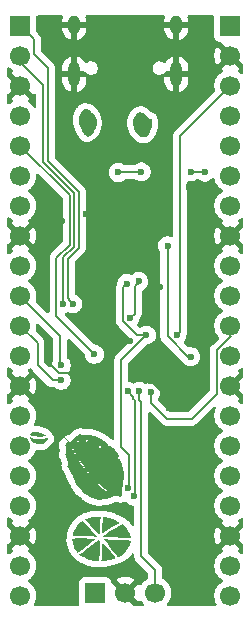
<source format=gbr>
%TF.GenerationSoftware,KiCad,Pcbnew,9.0.1*%
%TF.CreationDate,2026-01-20T01:34:41+00:00*%
%TF.ProjectId,heidi-pico,68656964-692d-4706-9963-6f2e6b696361,rev?*%
%TF.SameCoordinates,Original*%
%TF.FileFunction,Copper,L2,Bot*%
%TF.FilePolarity,Positive*%
%FSLAX46Y46*%
G04 Gerber Fmt 4.6, Leading zero omitted, Abs format (unit mm)*
G04 Created by KiCad (PCBNEW 9.0.1) date 2026-01-20 01:34:41*
%MOMM*%
%LPD*%
G01*
G04 APERTURE LIST*
%TA.AperFunction,EtchedComponent*%
%ADD10C,0.010000*%
%TD*%
%TA.AperFunction,EtchedComponent*%
%ADD11C,0.000000*%
%TD*%
%TA.AperFunction,ComponentPad*%
%ADD12R,1.700000X1.700000*%
%TD*%
%TA.AperFunction,ComponentPad*%
%ADD13C,1.700000*%
%TD*%
%TA.AperFunction,HeatsinkPad*%
%ADD14O,1.000000X2.100000*%
%TD*%
%TA.AperFunction,HeatsinkPad*%
%ADD15O,1.000000X1.600000*%
%TD*%
%TA.AperFunction,ViaPad*%
%ADD16C,0.600000*%
%TD*%
%TA.AperFunction,Conductor*%
%ADD17C,0.100000*%
%TD*%
%TA.AperFunction,Conductor*%
%ADD18C,0.175000*%
%TD*%
%TA.AperFunction,Conductor*%
%ADD19C,0.200000*%
%TD*%
G04 APERTURE END LIST*
D10*
%TO.C,G\u002A\u002A\u002A*%
X89038630Y-83044876D02*
X89244055Y-83116068D01*
X89325020Y-83159150D01*
X89370993Y-83186954D01*
X89397343Y-83207219D01*
X89406795Y-83222293D01*
X89405917Y-83267021D01*
X89392195Y-83247021D01*
X89398700Y-83297021D01*
X89398700Y-83319939D01*
X89445692Y-83361939D01*
X89480628Y-83362220D01*
X89511685Y-83362529D01*
X89562189Y-83385471D01*
X89600973Y-83417021D01*
X89641839Y-83479954D01*
X89709413Y-83583594D01*
X89720973Y-83607021D01*
X89768067Y-83700353D01*
X89816789Y-83834322D01*
X89830793Y-83901555D01*
X89840545Y-83985215D01*
X89845953Y-84078422D01*
X89846928Y-84174301D01*
X89843379Y-84265973D01*
X89835216Y-84346560D01*
X89824255Y-84402432D01*
X89800973Y-84477021D01*
X89770973Y-84577021D01*
X89710973Y-84717021D01*
X89653630Y-84839883D01*
X89583353Y-84954234D01*
X89508346Y-85049508D01*
X89480973Y-85077021D01*
X89429793Y-85123699D01*
X89377802Y-85159427D01*
X89324479Y-85192826D01*
X89260973Y-85237021D01*
X89225425Y-85262757D01*
X89186405Y-85290282D01*
X89150921Y-85310262D01*
X89126182Y-85318684D01*
X89080973Y-85297021D01*
X88986594Y-85217944D01*
X88950973Y-85177021D01*
X88880973Y-85117021D01*
X88826987Y-85049467D01*
X88790973Y-85007021D01*
X88762516Y-84960481D01*
X88720973Y-84897021D01*
X88649702Y-84750177D01*
X88560973Y-84537021D01*
X88515671Y-84392298D01*
X88469032Y-84219668D01*
X88440095Y-84059891D01*
X88428681Y-83911168D01*
X88434608Y-83771695D01*
X88457698Y-83639671D01*
X88478970Y-83565539D01*
X88524294Y-83443180D01*
X88574038Y-83340285D01*
X88630981Y-83251938D01*
X88697897Y-83173223D01*
X88749000Y-83122570D01*
X88783546Y-83092750D01*
X88813894Y-83073036D01*
X88845987Y-83059282D01*
X88868511Y-83052180D01*
X88949953Y-83038903D01*
X89038630Y-83044876D01*
%TA.AperFunction,EtchedComponent*%
G36*
X89038630Y-83044876D02*
G01*
X89244055Y-83116068D01*
X89325020Y-83159150D01*
X89370993Y-83186954D01*
X89397343Y-83207219D01*
X89406795Y-83222293D01*
X89405917Y-83267021D01*
X89392195Y-83247021D01*
X89398700Y-83297021D01*
X89398700Y-83319939D01*
X89445692Y-83361939D01*
X89480628Y-83362220D01*
X89511685Y-83362529D01*
X89562189Y-83385471D01*
X89600973Y-83417021D01*
X89641839Y-83479954D01*
X89709413Y-83583594D01*
X89720973Y-83607021D01*
X89768067Y-83700353D01*
X89816789Y-83834322D01*
X89830793Y-83901555D01*
X89840545Y-83985215D01*
X89845953Y-84078422D01*
X89846928Y-84174301D01*
X89843379Y-84265973D01*
X89835216Y-84346560D01*
X89824255Y-84402432D01*
X89800973Y-84477021D01*
X89770973Y-84577021D01*
X89710973Y-84717021D01*
X89653630Y-84839883D01*
X89583353Y-84954234D01*
X89508346Y-85049508D01*
X89480973Y-85077021D01*
X89429793Y-85123699D01*
X89377802Y-85159427D01*
X89324479Y-85192826D01*
X89260973Y-85237021D01*
X89225425Y-85262757D01*
X89186405Y-85290282D01*
X89150921Y-85310262D01*
X89126182Y-85318684D01*
X89080973Y-85297021D01*
X88986594Y-85217944D01*
X88950973Y-85177021D01*
X88880973Y-85117021D01*
X88826987Y-85049467D01*
X88790973Y-85007021D01*
X88762516Y-84960481D01*
X88720973Y-84897021D01*
X88649702Y-84750177D01*
X88560973Y-84537021D01*
X88515671Y-84392298D01*
X88469032Y-84219668D01*
X88440095Y-84059891D01*
X88428681Y-83911168D01*
X88434608Y-83771695D01*
X88457698Y-83639671D01*
X88478970Y-83565539D01*
X88524294Y-83443180D01*
X88574038Y-83340285D01*
X88630981Y-83251938D01*
X88697897Y-83173223D01*
X88749000Y-83122570D01*
X88783546Y-83092750D01*
X88813894Y-83073036D01*
X88845987Y-83059282D01*
X88868511Y-83052180D01*
X88949953Y-83038903D01*
X89038630Y-83044876D01*
G37*
%TD.AperFunction*%
D11*
%TA.AperFunction,EtchedComponent*%
G36*
X93676526Y-83291941D02*
G01*
X93698199Y-83300243D01*
X93713142Y-83332258D01*
X93796302Y-83366790D01*
X93917056Y-83397608D01*
X94020973Y-83477021D01*
X94200973Y-83657021D01*
X94322183Y-83785703D01*
X94400698Y-83858411D01*
X94427491Y-83872659D01*
X94449759Y-83874086D01*
X94480973Y-83857021D01*
X94528718Y-83805036D01*
X94580309Y-83897021D01*
X94611011Y-84054616D01*
X94620897Y-84197021D01*
X94618117Y-84347021D01*
X94610973Y-84527021D01*
X94570973Y-84707021D01*
X94460973Y-84967021D01*
X94350973Y-85157021D01*
X94230973Y-85287021D01*
X94170973Y-85337021D01*
X94110973Y-85377021D01*
X94074153Y-85393389D01*
X93984401Y-85422182D01*
X93890119Y-85428642D01*
X93796971Y-85412643D01*
X93762314Y-85400346D01*
X93694366Y-85367604D01*
X93626771Y-85324487D01*
X93554808Y-85267629D01*
X93477943Y-85197677D01*
X93369873Y-85085717D01*
X93278068Y-84970504D01*
X93200973Y-84857021D01*
X93190973Y-84827021D01*
X93120973Y-84697021D01*
X93067474Y-84555150D01*
X93030973Y-84417021D01*
X93008629Y-84231024D01*
X93006682Y-84114939D01*
X93014274Y-84006932D01*
X93030385Y-83919654D01*
X93072643Y-83792957D01*
X93170973Y-83607021D01*
X93240973Y-83517021D01*
X93360973Y-83397021D01*
X93400973Y-83377021D01*
X93490973Y-83315213D01*
X93540973Y-83299584D01*
X93620973Y-83291774D01*
X93676526Y-83291941D01*
G37*
%TD.AperFunction*%
%TA.AperFunction,EtchedComponent*%
G36*
X90443307Y-119704485D02*
G01*
X90486838Y-119744681D01*
X90560554Y-119823766D01*
X90657981Y-119933902D01*
X90772648Y-120067248D01*
X90898083Y-120215965D01*
X91027813Y-120372212D01*
X91155367Y-120528151D01*
X91274271Y-120675940D01*
X91378055Y-120807741D01*
X91460245Y-120915714D01*
X91514370Y-120992018D01*
X91533957Y-121028815D01*
X91532236Y-121034012D01*
X91490564Y-121061876D01*
X91402016Y-121097404D01*
X91278338Y-121137061D01*
X91131278Y-121177313D01*
X90972581Y-121214626D01*
X90813995Y-121245464D01*
X90812895Y-121245651D01*
X90677230Y-121266229D01*
X90546979Y-121281731D01*
X90450197Y-121288816D01*
X90321296Y-121292027D01*
X90346389Y-121158919D01*
X90348338Y-121147042D01*
X90357251Y-121062438D01*
X90366966Y-120929692D01*
X90376787Y-120760471D01*
X90386022Y-120566442D01*
X90393976Y-120359270D01*
X90396628Y-120284770D01*
X90404654Y-120096442D01*
X90413429Y-119935033D01*
X90422352Y-119809467D01*
X90430823Y-119728669D01*
X90438241Y-119701564D01*
X90443307Y-119704485D01*
G37*
%TD.AperFunction*%
%TA.AperFunction,EtchedComponent*%
G36*
X90083251Y-119534465D02*
G01*
X90126825Y-119554762D01*
X90171841Y-119581124D01*
X90203118Y-119617962D01*
X90215761Y-119678300D01*
X90217584Y-119781672D01*
X90216593Y-119849241D01*
X90212410Y-119998500D01*
X90205660Y-120174669D01*
X90196959Y-120366561D01*
X90186922Y-120562988D01*
X90176166Y-120752762D01*
X90165308Y-120924694D01*
X90154963Y-121067596D01*
X90145748Y-121170280D01*
X90138278Y-121221558D01*
X90132437Y-121238890D01*
X90106735Y-121272972D01*
X90054143Y-121288259D01*
X89956889Y-121291615D01*
X89951170Y-121291588D01*
X89686534Y-121267939D01*
X89400151Y-121204819D01*
X89112039Y-121108870D01*
X88842214Y-120986732D01*
X88610696Y-120845044D01*
X88458815Y-120734842D01*
X88646400Y-120607455D01*
X88662525Y-120596343D01*
X88765496Y-120521367D01*
X88897921Y-120420372D01*
X89044460Y-120305206D01*
X89189773Y-120187719D01*
X89205064Y-120175160D01*
X89360000Y-120048469D01*
X89521301Y-119917415D01*
X89670752Y-119796756D01*
X89790142Y-119701252D01*
X89842374Y-119659870D01*
X89937319Y-119586766D01*
X90000867Y-119545085D01*
X90045388Y-119529445D01*
X90083251Y-119534465D01*
G37*
%TD.AperFunction*%
%TA.AperFunction,EtchedComponent*%
G36*
X91348639Y-119483721D02*
G01*
X91520697Y-119487712D01*
X91763499Y-119495593D01*
X91995444Y-119505536D01*
X92203589Y-119516891D01*
X92374987Y-119529011D01*
X92496694Y-119541247D01*
X92817001Y-119583048D01*
X92797608Y-119709362D01*
X92734782Y-119953621D01*
X92611756Y-120213809D01*
X92438458Y-120456849D01*
X92221361Y-120673808D01*
X91966939Y-120855752D01*
X91903930Y-120893017D01*
X91810110Y-120945847D01*
X91754930Y-120970660D01*
X91728832Y-120971182D01*
X91722256Y-120951139D01*
X91722202Y-120950411D01*
X91700824Y-120912411D01*
X91644242Y-120833385D01*
X91557539Y-120719722D01*
X91445800Y-120577809D01*
X91314108Y-120414034D01*
X91167549Y-120234784D01*
X91011204Y-120046448D01*
X90850160Y-119855412D01*
X90520892Y-119467996D01*
X91348639Y-119483721D01*
G37*
%TD.AperFunction*%
%TA.AperFunction,EtchedComponent*%
G36*
X88735144Y-119356278D02*
G01*
X88962125Y-119368063D01*
X89240197Y-119387277D01*
X89309539Y-119392667D01*
X89493225Y-119409594D01*
X89631160Y-119426683D01*
X89717729Y-119443149D01*
X89747314Y-119458205D01*
X89734216Y-119478283D01*
X89680633Y-119531963D01*
X89595380Y-119607145D01*
X89488929Y-119694261D01*
X89446547Y-119727925D01*
X89291007Y-119852773D01*
X89126348Y-119986478D01*
X88981812Y-120105333D01*
X88925601Y-120151451D01*
X88788726Y-120260389D01*
X88654736Y-120363166D01*
X88545979Y-120442494D01*
X88537032Y-120448713D01*
X88444280Y-120510903D01*
X88372720Y-120554955D01*
X88337205Y-120571681D01*
X88301661Y-120548242D01*
X88244401Y-120483135D01*
X88176133Y-120389862D01*
X88106738Y-120281959D01*
X88046100Y-120172960D01*
X88032382Y-120144576D01*
X87971948Y-119992025D01*
X87920362Y-119820733D01*
X87884300Y-119655475D01*
X87870438Y-119521028D01*
X87870803Y-119491293D01*
X87879542Y-119452283D01*
X87910055Y-119427450D01*
X87975689Y-119408696D01*
X88089792Y-119387921D01*
X88115969Y-119383554D01*
X88249665Y-119365560D01*
X88390021Y-119355020D01*
X88548145Y-119351928D01*
X88735144Y-119356278D01*
G37*
%TD.AperFunction*%
%TA.AperFunction,EtchedComponent*%
G36*
X92172668Y-118163568D02*
G01*
X92240100Y-118229611D01*
X92334939Y-118340177D01*
X92414198Y-118440853D01*
X92592064Y-118716669D01*
X92722472Y-119000579D01*
X92799087Y-119279758D01*
X92802268Y-119299556D01*
X92803111Y-119347680D01*
X92782138Y-119374363D01*
X92729475Y-119381761D01*
X92635247Y-119372029D01*
X92489580Y-119347323D01*
X92486669Y-119346814D01*
X92402700Y-119337147D01*
X92266880Y-119327050D01*
X92089426Y-119317039D01*
X91880556Y-119307632D01*
X91650489Y-119299345D01*
X91409440Y-119292695D01*
X91210116Y-119287957D01*
X90992475Y-119282216D01*
X90825529Y-119276622D01*
X90702445Y-119270563D01*
X90616386Y-119263428D01*
X90560518Y-119254607D01*
X90528006Y-119243488D01*
X90512015Y-119229460D01*
X90505710Y-119211913D01*
X90514868Y-119158351D01*
X90567970Y-119093080D01*
X90623791Y-119050069D01*
X90795127Y-118929047D01*
X91010056Y-118789044D01*
X91259490Y-118635871D01*
X91534340Y-118475338D01*
X91641399Y-118413850D01*
X91786344Y-118329151D01*
X91907617Y-118256570D01*
X91994909Y-118202304D01*
X92037916Y-118172551D01*
X92079802Y-118142350D01*
X92122588Y-118136373D01*
X92172668Y-118163568D01*
G37*
%TD.AperFunction*%
%TA.AperFunction,EtchedComponent*%
G36*
X88722744Y-117909003D02*
G01*
X88767025Y-117938332D01*
X88829427Y-117990653D01*
X88914992Y-118070414D01*
X89028763Y-118182063D01*
X89175780Y-118330049D01*
X89361085Y-118518821D01*
X89465935Y-118626490D01*
X89651879Y-118820801D01*
X89797400Y-118978025D01*
X89901199Y-119096702D01*
X89961978Y-119175373D01*
X89978436Y-119212577D01*
X89944632Y-119242229D01*
X89862950Y-119242143D01*
X89783613Y-119231096D01*
X89611044Y-119213638D01*
X89407786Y-119199237D01*
X89184189Y-119188047D01*
X88950606Y-119180226D01*
X88717390Y-119175929D01*
X88494892Y-119175313D01*
X88293464Y-119178535D01*
X88123460Y-119185751D01*
X87995231Y-119197116D01*
X87919129Y-119212788D01*
X87909188Y-119213889D01*
X87895169Y-119182650D01*
X87901753Y-119108517D01*
X87926080Y-119002528D01*
X87965290Y-118875723D01*
X88016522Y-118739139D01*
X88076917Y-118603815D01*
X88078360Y-118600880D01*
X88150339Y-118476767D01*
X88247987Y-118337424D01*
X88359736Y-118196647D01*
X88474020Y-118068231D01*
X88579271Y-117965972D01*
X88663924Y-117903668D01*
X88668382Y-117901522D01*
X88691544Y-117898216D01*
X88722744Y-117909003D01*
G37*
%TD.AperFunction*%
%TA.AperFunction,EtchedComponent*%
G36*
X90139539Y-117524773D02*
G01*
X90223048Y-117527902D01*
X90257895Y-117533704D01*
X90260704Y-117560137D01*
X90259364Y-117638007D01*
X90253449Y-117753701D01*
X90243492Y-117893876D01*
X90237289Y-117990552D01*
X90230406Y-118196377D01*
X90229516Y-118412780D01*
X90235016Y-118606335D01*
X90240709Y-118746328D01*
X90242738Y-118872579D01*
X90240704Y-118963562D01*
X90234621Y-119005657D01*
X90199488Y-119034031D01*
X90145582Y-119022026D01*
X90068632Y-118964045D01*
X89962894Y-118856947D01*
X89961326Y-118855243D01*
X89885564Y-118774501D01*
X89776236Y-118660013D01*
X89643491Y-118522307D01*
X89497479Y-118371915D01*
X89348349Y-118219367D01*
X88899425Y-117761874D01*
X89065896Y-117696054D01*
X89320928Y-117610100D01*
X89610626Y-117550936D01*
X89929133Y-117526366D01*
X90021297Y-117524628D01*
X90139539Y-117524773D01*
G37*
%TD.AperFunction*%
%TA.AperFunction,EtchedComponent*%
G36*
X90557195Y-117547790D02*
G01*
X90660291Y-117567288D01*
X90789023Y-117596340D01*
X90929795Y-117631619D01*
X91069008Y-117669803D01*
X91193062Y-117707566D01*
X91288359Y-117741585D01*
X91329411Y-117758506D01*
X91477287Y-117823071D01*
X91616809Y-117888952D01*
X91735580Y-117949872D01*
X91821202Y-117999553D01*
X91861279Y-118031716D01*
X91859610Y-118041040D01*
X91820598Y-118078299D01*
X91742420Y-118131993D01*
X91636495Y-118193884D01*
X91570580Y-118230135D01*
X91378252Y-118338902D01*
X91181554Y-118453920D01*
X90992366Y-118567956D01*
X90822569Y-118673778D01*
X90684044Y-118764151D01*
X90588672Y-118831841D01*
X90532937Y-118872210D01*
X90466017Y-118912235D01*
X90430332Y-118922027D01*
X90418317Y-118884153D01*
X90410817Y-118795063D01*
X90407439Y-118666007D01*
X90407776Y-118508228D01*
X90411422Y-118332971D01*
X90417972Y-118151477D01*
X90427020Y-117974991D01*
X90438159Y-117814757D01*
X90450985Y-117682016D01*
X90465091Y-117588014D01*
X90480072Y-117543993D01*
X90493336Y-117541168D01*
X90557195Y-117547790D01*
G37*
%TD.AperFunction*%
%TA.AperFunction,EtchedComponent*%
G36*
X90652787Y-111176910D02*
G01*
X90748386Y-111253861D01*
X90819130Y-111321531D01*
X90852072Y-111371492D01*
X90881608Y-111457748D01*
X90895393Y-111504757D01*
X90936241Y-111535673D01*
X91021337Y-111553272D01*
X91025953Y-111553900D01*
X91136174Y-111579408D01*
X91176429Y-111599913D01*
X91233127Y-111628794D01*
X91331782Y-111712120D01*
X91447106Y-111839446D01*
X91480407Y-111880079D01*
X91555729Y-111977279D01*
X91637191Y-112087503D01*
X91715948Y-112198199D01*
X91783154Y-112296817D01*
X91829964Y-112370807D01*
X91847533Y-112407617D01*
X91835514Y-112418821D01*
X91784895Y-112437723D01*
X91757305Y-112448249D01*
X91725293Y-112491866D01*
X91746492Y-112553064D01*
X91819346Y-112623457D01*
X91874729Y-112671148D01*
X91942569Y-112758127D01*
X92001946Y-112876822D01*
X92057669Y-113037445D01*
X92114548Y-113250209D01*
X92158226Y-113446757D01*
X92211936Y-113814530D01*
X92219143Y-113863880D01*
X92230041Y-114260013D01*
X92191512Y-114645895D01*
X92169065Y-114775091D01*
X92137644Y-114937773D01*
X92106907Y-115079815D01*
X92081119Y-115180559D01*
X92054888Y-115282553D01*
X92052245Y-115317859D01*
X92048709Y-115365091D01*
X92066379Y-115434364D01*
X92075721Y-115463688D01*
X92090735Y-115562721D01*
X92091989Y-115660118D01*
X92092161Y-115673453D01*
X92082429Y-115826799D01*
X91926562Y-115836634D01*
X91777934Y-115829099D01*
X91632016Y-115777210D01*
X91554147Y-115742043D01*
X91489029Y-115727758D01*
X91443370Y-115743605D01*
X91430653Y-115752474D01*
X91325991Y-115815523D01*
X91200279Y-115878769D01*
X91066272Y-115937331D01*
X90936723Y-115986330D01*
X90824388Y-116020884D01*
X90742021Y-116036113D01*
X90702376Y-116027138D01*
X90695042Y-116018983D01*
X90640274Y-116001064D01*
X90568839Y-116004757D01*
X90514081Y-116029622D01*
X90488252Y-116044029D01*
X90412636Y-116068248D01*
X90312071Y-116090068D01*
X90084987Y-116109192D01*
X89839751Y-116078747D01*
X89595277Y-115991705D01*
X89343436Y-115846019D01*
X89243442Y-115777981D01*
X89098733Y-115679506D01*
X88969261Y-115591388D01*
X88854386Y-115505448D01*
X88760566Y-115420672D01*
X90965965Y-115420672D01*
X90979297Y-115454450D01*
X91041060Y-115518023D01*
X91109239Y-115573633D01*
X91194507Y-115630915D01*
X91261389Y-115662593D01*
X91295646Y-115660688D01*
X91295938Y-115660118D01*
X91278937Y-115629106D01*
X91223326Y-115573381D01*
X91140683Y-115504603D01*
X91055881Y-115446371D01*
X90993886Y-115417657D01*
X90965965Y-115420672D01*
X88760566Y-115420672D01*
X88671605Y-115340287D01*
X88496310Y-115150719D01*
X88340112Y-114950811D01*
X88214622Y-114754632D01*
X88131449Y-114576249D01*
X88120305Y-114547314D01*
X88100154Y-114508189D01*
X89820191Y-114508189D01*
X89824634Y-114530309D01*
X89866735Y-114587662D01*
X89941478Y-114670192D01*
X90040258Y-114769577D01*
X90154470Y-114877494D01*
X90275511Y-114985623D01*
X90394777Y-115085642D01*
X90503663Y-115169229D01*
X90535838Y-115192244D01*
X90664200Y-115279430D01*
X90750435Y-115328054D01*
X90798842Y-115340177D01*
X90813721Y-115317859D01*
X90813518Y-115316677D01*
X90785059Y-115287086D01*
X90717893Y-115235835D01*
X90625487Y-115173268D01*
X90533207Y-115107211D01*
X90408431Y-115007561D01*
X90271575Y-114890521D01*
X90139203Y-114769834D01*
X90115140Y-114747191D01*
X90005681Y-114647611D01*
X89914038Y-114569665D01*
X89849209Y-114520731D01*
X89820191Y-114508189D01*
X88100154Y-114508189D01*
X88079650Y-114468378D01*
X88041068Y-114424295D01*
X88019603Y-114406893D01*
X87995252Y-114352711D01*
X87995176Y-114351208D01*
X87979786Y-114303286D01*
X87941462Y-114213026D01*
X87885711Y-114092791D01*
X87818043Y-113954945D01*
X87747958Y-113811891D01*
X87682953Y-113671719D01*
X87632528Y-113555028D01*
X87603877Y-113477847D01*
X87601361Y-113469647D01*
X87556223Y-113375656D01*
X87498782Y-113321468D01*
X87458774Y-113293160D01*
X87448927Y-113243170D01*
X87473569Y-113161912D01*
X87483966Y-113054231D01*
X87471626Y-112922840D01*
X87436103Y-112750589D01*
X87424045Y-112699275D01*
X87395037Y-112569786D01*
X87372980Y-112462743D01*
X87361903Y-112397329D01*
X87343253Y-112341703D01*
X87282737Y-112309022D01*
X87225624Y-112289389D01*
X87218734Y-112257270D01*
X87271193Y-112226251D01*
X87296795Y-112213064D01*
X87313938Y-112184230D01*
X87322863Y-112128388D01*
X87325400Y-112033680D01*
X87323381Y-111888251D01*
X87322526Y-111849015D01*
X87318401Y-111717672D01*
X87311420Y-111634239D01*
X87298833Y-111586801D01*
X87283752Y-111569976D01*
X87807622Y-111569976D01*
X87824980Y-111654394D01*
X87873607Y-111781795D01*
X87948615Y-111943297D01*
X88045115Y-112130342D01*
X88158217Y-112334375D01*
X88283033Y-112546838D01*
X88414675Y-112759174D01*
X88548253Y-112962827D01*
X88678879Y-113149240D01*
X88801665Y-113309856D01*
X88879814Y-113406613D01*
X88978260Y-113528780D01*
X89072966Y-113646539D01*
X89144484Y-113732549D01*
X89220292Y-113811716D01*
X89264834Y-113838794D01*
X89279025Y-113814530D01*
X89277743Y-113810715D01*
X89249999Y-113768367D01*
X89191540Y-113689748D01*
X89109669Y-113584481D01*
X89011685Y-113462187D01*
X88863340Y-113274061D01*
X88613869Y-112932312D01*
X88385644Y-112587362D01*
X88187837Y-112253387D01*
X88029617Y-111944559D01*
X87998590Y-111877854D01*
X87925653Y-111722887D01*
X87873772Y-111617163D01*
X87865274Y-111601718D01*
X90138108Y-111601718D01*
X90159583Y-111665294D01*
X90181382Y-111688391D01*
X90229064Y-111704364D01*
X90281234Y-111661723D01*
X90305683Y-111599913D01*
X90284063Y-111544112D01*
X90223261Y-111520387D01*
X90163162Y-111544889D01*
X90138108Y-111601718D01*
X87865274Y-111601718D01*
X87839486Y-111554846D01*
X87819339Y-111530099D01*
X87809870Y-111537088D01*
X87807622Y-111569976D01*
X87283752Y-111569976D01*
X87277892Y-111563439D01*
X87245845Y-111552239D01*
X87222964Y-111545979D01*
X87203269Y-111530893D01*
X87210237Y-111500307D01*
X87247954Y-111443029D01*
X87320511Y-111347870D01*
X87344332Y-111317366D01*
X87429487Y-111214413D01*
X87485433Y-111160209D01*
X87516111Y-111151636D01*
X87525462Y-111185573D01*
X87532738Y-111211896D01*
X87577390Y-111251738D01*
X87616036Y-111245896D01*
X87682259Y-111203645D01*
X87752791Y-111144126D01*
X88230147Y-111144126D01*
X88244382Y-111201361D01*
X88294500Y-111232515D01*
X88366336Y-111211231D01*
X88387651Y-111191884D01*
X88400829Y-111137405D01*
X88400422Y-111136725D01*
X89065860Y-111136725D01*
X89066132Y-111137405D01*
X89089110Y-111194953D01*
X89139738Y-111233042D01*
X89195752Y-111235014D01*
X89235858Y-111193730D01*
X89245589Y-111135282D01*
X89214019Y-111073992D01*
X89137312Y-111050596D01*
X89102040Y-111052416D01*
X89067068Y-111074278D01*
X89065860Y-111136725D01*
X88400422Y-111136725D01*
X88371204Y-111087872D01*
X88308017Y-111066256D01*
X88294689Y-111066542D01*
X88243277Y-111084713D01*
X88230147Y-111144126D01*
X87752791Y-111144126D01*
X87780043Y-111121129D01*
X87914073Y-110994772D01*
X87922033Y-110987038D01*
X88094974Y-110823288D01*
X88235004Y-110702499D01*
X88350267Y-110620781D01*
X88448910Y-110574246D01*
X88539081Y-110559002D01*
X88628926Y-110571162D01*
X88726590Y-110606834D01*
X88761681Y-110621631D01*
X88850657Y-110647255D01*
X88898505Y-110635926D01*
X88899550Y-110634976D01*
X88948140Y-110619222D01*
X89039425Y-110608388D01*
X89154532Y-110604771D01*
X89262620Y-110612720D01*
X89425879Y-110640425D01*
X89606628Y-110683437D01*
X89788957Y-110736997D01*
X89956955Y-110796348D01*
X90094713Y-110856729D01*
X90186320Y-110913382D01*
X90195636Y-110920949D01*
X90272479Y-110968515D01*
X90337792Y-110987958D01*
X90370987Y-110997188D01*
X90448675Y-111037893D01*
X90547746Y-111101360D01*
X90594909Y-111135282D01*
X90652787Y-111176910D01*
G37*
%TD.AperFunction*%
%TA.AperFunction,EtchedComponent*%
G36*
X84324362Y-110812327D02*
G01*
X84331264Y-110815786D01*
X84414728Y-110849404D01*
X84528997Y-110886394D01*
X84659003Y-110922988D01*
X84789677Y-110955417D01*
X84905948Y-110979914D01*
X84992747Y-110992709D01*
X85035004Y-110990034D01*
X85044028Y-110985615D01*
X85105922Y-110971391D01*
X85207858Y-110957050D01*
X85333107Y-110945112D01*
X85362835Y-110942806D01*
X85503740Y-110930325D01*
X85631077Y-110916822D01*
X85720377Y-110904842D01*
X85740714Y-110901509D01*
X85805699Y-110894571D01*
X85824469Y-110906935D01*
X85809568Y-110944125D01*
X85796199Y-110965492D01*
X85731855Y-111043690D01*
X85639619Y-111138712D01*
X85535680Y-111235247D01*
X85436231Y-111317986D01*
X85357462Y-111371620D01*
X85326443Y-111388079D01*
X85256505Y-111419487D01*
X85217241Y-111420737D01*
X85191576Y-111394148D01*
X85190786Y-111392985D01*
X85147014Y-111376487D01*
X85072280Y-111380205D01*
X85031641Y-111383520D01*
X84913821Y-111371072D01*
X84769358Y-111334607D01*
X84691947Y-111309061D01*
X84612667Y-111274476D01*
X84549244Y-111228387D01*
X84484524Y-111157451D01*
X84401356Y-111048322D01*
X84368905Y-111003860D01*
X84301341Y-110906964D01*
X84254471Y-110833452D01*
X84236929Y-110796543D01*
X84237158Y-110794529D01*
X84264754Y-110789450D01*
X84324362Y-110812327D01*
G37*
%TD.AperFunction*%
%TA.AperFunction,EtchedComponent*%
G36*
X84797981Y-110361741D02*
G01*
X84945753Y-110367768D01*
X85045183Y-110383610D01*
X85107709Y-110410891D01*
X85164581Y-110440113D01*
X85216466Y-110445797D01*
X85241231Y-110446459D01*
X85312868Y-110471555D01*
X85409145Y-110518993D01*
X85513603Y-110580344D01*
X85609778Y-110647180D01*
X85682874Y-110703571D01*
X85609778Y-110719862D01*
X85609202Y-110719991D01*
X85525481Y-110734750D01*
X85427065Y-110747426D01*
X85385285Y-110751379D01*
X85183064Y-110762190D01*
X84983053Y-110760914D01*
X84805111Y-110748153D01*
X84669098Y-110724506D01*
X84625580Y-110712493D01*
X84487469Y-110668569D01*
X84373778Y-110623840D01*
X84296656Y-110583510D01*
X84268249Y-110552784D01*
X84271831Y-110543104D01*
X84309768Y-110499695D01*
X84375777Y-110443586D01*
X84407740Y-110420266D01*
X84464079Y-110388911D01*
X84529792Y-110371199D01*
X84622618Y-110363347D01*
X84760300Y-110361570D01*
X84797981Y-110361741D01*
G37*
%TD.AperFunction*%
%TD*%
D12*
%TO.P,J3,1,Pin_1*%
%TO.N,GPIO0*%
X83460000Y-75970000D03*
D13*
%TO.P,J3,2,Pin_2*%
%TO.N,GPIO1*%
X83460000Y-78510000D03*
%TO.P,J3,3,Pin_3*%
%TO.N,GND*%
X83460000Y-81050000D03*
%TO.P,J3,4,Pin_4*%
%TO.N,GPIO2*%
X83460000Y-83590000D03*
%TO.P,J3,5,Pin_5*%
%TO.N,GPIO3*%
X83460000Y-86130000D03*
%TO.P,J3,6,Pin_6*%
%TO.N,GPIO4*%
X83460000Y-88670000D03*
%TO.P,J3,7,Pin_7*%
%TO.N,GPIO5*%
X83460000Y-91210000D03*
%TO.P,J3,8,Pin_8*%
%TO.N,GND*%
X83460000Y-93750000D03*
%TO.P,J3,9,Pin_9*%
%TO.N,GPIO6*%
X83460000Y-96290000D03*
%TO.P,J3,10,Pin_10*%
%TO.N,GPIO7*%
X83460000Y-98830000D03*
%TO.P,J3,11,Pin_11*%
%TO.N,GPIO8*%
X83460000Y-101370000D03*
%TO.P,J3,12,Pin_12*%
%TO.N,GPIO9*%
X83460000Y-103910000D03*
%TO.P,J3,13,Pin_13*%
%TO.N,GND*%
X83460000Y-106450000D03*
%TO.P,J3,14,Pin_14*%
%TO.N,GPIO10*%
X83460000Y-108990000D03*
%TO.P,J3,15,Pin_15*%
%TO.N,GPIO11*%
X83460000Y-111530000D03*
%TO.P,J3,16,Pin_16*%
%TO.N,GPIO12*%
X83460000Y-114070000D03*
%TO.P,J3,17,Pin_17*%
%TO.N,GPIO13*%
X83460000Y-116610000D03*
%TO.P,J3,18,Pin_18*%
%TO.N,GND*%
X83460000Y-119150000D03*
%TO.P,J3,19,Pin_19*%
%TO.N,GPIO14*%
X83460000Y-121690000D03*
%TO.P,J3,20,Pin_20*%
%TO.N,GPIO15*%
X83460000Y-124230000D03*
%TD*%
D12*
%TO.P,J2,1,Pin_1*%
%TO.N,SWCLK*%
X89810000Y-123990000D03*
D13*
%TO.P,J2,2,Pin_2*%
%TO.N,GND*%
X92350000Y-123990000D03*
%TO.P,J2,3,Pin_3*%
%TO.N,SWD*%
X94890000Y-123990000D03*
%TD*%
D14*
%TO.P,J1,S1,SHIELD*%
%TO.N,GND*%
X96670000Y-80092000D03*
D15*
X96670000Y-75912000D03*
D14*
X88030000Y-80092000D03*
D15*
X88030000Y-75912000D03*
%TD*%
D12*
%TO.P,J4,1,Pin_1*%
%TO.N,VBUS*%
X101240000Y-75970000D03*
D13*
%TO.P,J4,2,Pin_2*%
%TO.N,GND*%
X101240000Y-78510000D03*
%TO.P,J4,3,Pin_3*%
%TO.N,GPIO29_ADC3*%
X101240000Y-81050000D03*
%TO.P,J4,4,Pin_4*%
%TO.N,GPIO28_ADC2*%
X101240000Y-83590000D03*
%TO.P,J4,5,Pin_5*%
%TO.N,+3V3*%
X101240000Y-86130000D03*
%TO.P,J4,6,Pin_6*%
%TO.N,GPIO27_ADC1*%
X101240000Y-88670000D03*
%TO.P,J4,7,Pin_7*%
%TO.N,GPIO26_ADC0*%
X101240000Y-91210000D03*
%TO.P,J4,8,Pin_8*%
%TO.N,GND*%
X101240000Y-93750000D03*
%TO.P,J4,9,Pin_9*%
%TO.N,GPIO24*%
X101240000Y-96290000D03*
%TO.P,J4,10,Pin_10*%
%TO.N,GPIO23*%
X101240000Y-98830000D03*
%TO.P,J4,11,Pin_11*%
%TO.N,RUN*%
X101240000Y-101370000D03*
%TO.P,J4,12,Pin_12*%
%TO.N,GPIO22*%
X101240000Y-103910000D03*
%TO.P,J4,13,Pin_13*%
%TO.N,GND*%
X101240000Y-106450000D03*
%TO.P,J4,14,Pin_14*%
%TO.N,GPIO21*%
X101240000Y-108990000D03*
%TO.P,J4,15,Pin_15*%
%TO.N,GPIO20*%
X101240000Y-111530000D03*
%TO.P,J4,16,Pin_16*%
%TO.N,GPIO19*%
X101240000Y-114070000D03*
%TO.P,J4,17,Pin_17*%
%TO.N,GPIO18*%
X101240000Y-116610000D03*
%TO.P,J4,18,Pin_18*%
%TO.N,GND*%
X101240000Y-119150000D03*
%TO.P,J4,19,Pin_19*%
%TO.N,GPIO17*%
X101240000Y-121690000D03*
%TO.P,J4,20,Pin_20*%
%TO.N,GPIO16*%
X101240000Y-124230000D03*
%TD*%
D16*
%TO.N,SWCLK*%
X89810000Y-123990000D03*
X93122500Y-115810000D03*
%TO.N,GND*%
X89030000Y-91940000D03*
X90925388Y-106904000D03*
X90780000Y-110190000D03*
X90990000Y-102670000D03*
X95280000Y-83310000D03*
X91490000Y-93810000D03*
X95060000Y-112570000D03*
X93940000Y-94330000D03*
X99070000Y-106840000D03*
X91876883Y-114131473D03*
X89162500Y-98331650D03*
X94410000Y-103700000D03*
X91760000Y-95127500D03*
X88891225Y-113698775D03*
X94500000Y-106030000D03*
X97830000Y-97750000D03*
X90270000Y-106140000D03*
X96050000Y-108310000D03*
X99298350Y-104792501D03*
X95480000Y-89580000D03*
X95330000Y-98100000D03*
X97710000Y-89660000D03*
X89390000Y-111420000D03*
X94430000Y-104920000D03*
X85770000Y-104100000D03*
X95480000Y-89580000D03*
X87030000Y-92500000D03*
X99070000Y-106840000D03*
X92750000Y-102640000D03*
X98430000Y-115490000D03*
X91570000Y-84830000D03*
X96110000Y-86980000D03*
%TO.N,+1V1*%
X92552500Y-115131500D03*
X92480000Y-97800000D03*
X94143692Y-102158144D03*
%TO.N,+3V3*%
X92752500Y-100739996D03*
X93710000Y-88350000D03*
X99083500Y-88360000D03*
X91740000Y-88390000D03*
X93475735Y-97615735D03*
X97908500Y-88350000D03*
%TO.N,SWCLK*%
X92580000Y-106930000D03*
%TO.N,SWD*%
X93532901Y-106937099D03*
%TO.N,GPIO7*%
X86929574Y-104730426D03*
%TO.N,GPIO3*%
X89740000Y-103780000D03*
%TO.N,GPIO0*%
X87913446Y-99520390D03*
%TO.N,GPIO1*%
X87113882Y-99493887D03*
%TO.N,GPIO8*%
X86921650Y-105992501D03*
%TO.N,RUN*%
X94510000Y-107000000D03*
%TO.N,GPIO29_ADC3*%
X96715000Y-102190305D03*
%TO.N,GPIO25*%
X95930000Y-94590000D03*
X97890094Y-103992500D03*
%TD*%
D17*
%TO.N,GND*%
X87022558Y-110640000D02*
X86490000Y-110640000D01*
X89716655Y-113334097D02*
X87022558Y-110640000D01*
D18*
%TO.N,SWCLK*%
X93140000Y-115792500D02*
X93122500Y-115810000D01*
X93140000Y-115710000D02*
X93140000Y-115792500D01*
X93140000Y-107683504D02*
X93140000Y-115710000D01*
X93047747Y-107591251D02*
X93140000Y-107683504D01*
X93047747Y-107397747D02*
X93047747Y-107591251D01*
X92580000Y-106930000D02*
X93047747Y-107397747D01*
%TO.N,SWD*%
X94890000Y-122080000D02*
X94890000Y-123990000D01*
X93710000Y-120900000D02*
X94890000Y-122080000D01*
X93710000Y-107798239D02*
X93710000Y-120900000D01*
X93532901Y-107621140D02*
X93710000Y-107798239D01*
X93532901Y-106937099D02*
X93532901Y-107621140D01*
%TO.N,+1V1*%
X92688500Y-115131500D02*
X92640000Y-115180000D01*
X92640000Y-115180000D02*
X92591500Y-115131500D01*
X91991500Y-111621500D02*
X92688500Y-112318500D01*
X91991500Y-104310336D02*
X91991500Y-111621500D01*
X94143692Y-102158144D02*
X91991500Y-104310336D01*
X92688500Y-112318500D02*
X92688500Y-115131500D01*
X92591500Y-115131500D02*
X92552500Y-115131500D01*
%TO.N,GND*%
X85770000Y-104100000D02*
X85770000Y-104403117D01*
X87634001Y-105404001D02*
X87730000Y-105500000D01*
D19*
X99280000Y-106630000D02*
X99280000Y-104810851D01*
D18*
X86770884Y-105404001D02*
X87634001Y-105404001D01*
D19*
X96060000Y-108300000D02*
X96050000Y-108310000D01*
D18*
X85770000Y-104403117D02*
X86770884Y-105404001D01*
D19*
X94500000Y-106030000D02*
X96060000Y-107590000D01*
X99280000Y-104810851D02*
X99298350Y-104792501D01*
X99070000Y-106840000D02*
X99280000Y-106630000D01*
X96060000Y-107590000D02*
X96060000Y-108300000D01*
D18*
%TO.N,+1V1*%
X92164000Y-100983761D02*
X93338383Y-102158144D01*
X93338383Y-102158144D02*
X94143692Y-102158144D01*
X92480000Y-97800000D02*
X92164000Y-98116000D01*
X92164000Y-98116000D02*
X92164000Y-100983761D01*
%TO.N,+3V3*%
X93150000Y-100342496D02*
X92752500Y-100739996D01*
X93475735Y-97714265D02*
X93150000Y-98040000D01*
X99083500Y-88360000D02*
X98110000Y-88360000D01*
X93150000Y-98040000D02*
X93150000Y-100342496D01*
X93710000Y-88350000D02*
X93670000Y-88390000D01*
X98100000Y-88350000D02*
X97908500Y-88350000D01*
X98110000Y-88360000D02*
X98100000Y-88350000D01*
X93670000Y-88390000D02*
X91740000Y-88390000D01*
X93475735Y-97615735D02*
X93475735Y-97714265D01*
%TO.N,GPIO7*%
X86929574Y-104730426D02*
X86852485Y-104653337D01*
X86852485Y-102222485D02*
X83460000Y-98830000D01*
X86852485Y-104653337D02*
X86852485Y-102222485D01*
%TO.N,GPIO3*%
X86525382Y-100565382D02*
X86525382Y-95634618D01*
X86525382Y-95634618D02*
X87650000Y-94510000D01*
X87650000Y-94510000D02*
X87650000Y-90320000D01*
X89740000Y-103780000D02*
X86525382Y-100565382D01*
X87650000Y-90320000D02*
X83460000Y-86130000D01*
%TO.N,GPIO0*%
X88402000Y-90008512D02*
X85800000Y-87406512D01*
X84598500Y-77108500D02*
X83460000Y-75970000D01*
X87702382Y-99250122D02*
X87489882Y-99037622D01*
X84598500Y-78325607D02*
X84598500Y-77108500D01*
X88402000Y-94821488D02*
X88402000Y-90008512D01*
X87702382Y-99309326D02*
X87702382Y-99250122D01*
X87489882Y-99037622D02*
X87489882Y-95733606D01*
X85800000Y-79527107D02*
X84598500Y-78325607D01*
X87913446Y-99520390D02*
X87702382Y-99309326D01*
X85800000Y-87406512D02*
X85800000Y-79527107D01*
X87489882Y-95733606D02*
X88402000Y-94821488D01*
%TO.N,GPIO1*%
X88026000Y-94665744D02*
X88026000Y-90164256D01*
X87113882Y-99493887D02*
X87113882Y-95577862D01*
X85410000Y-87548256D02*
X85410000Y-80980000D01*
X87113882Y-95577862D02*
X88026000Y-94665744D01*
X83460000Y-79030000D02*
X83460000Y-78510000D01*
X85410000Y-80980000D02*
X83460000Y-79030000D01*
X88026000Y-90164256D02*
X85410000Y-87548256D01*
%TO.N,GPIO8*%
X86209418Y-105992501D02*
X84920000Y-104703083D01*
X86921650Y-105992501D02*
X86209418Y-105992501D01*
X84920000Y-102830000D02*
X83460000Y-101370000D01*
X84920000Y-104703083D02*
X84920000Y-102830000D01*
%TO.N,RUN*%
X100768500Y-102771500D02*
X101290000Y-102250000D01*
X94510000Y-107000000D02*
X94510000Y-107890000D01*
X100768417Y-102771500D02*
X100768500Y-102771500D01*
X95870000Y-109250000D02*
X97980000Y-109250000D01*
X100100000Y-104383083D02*
X100101500Y-104381583D01*
X100100000Y-107130000D02*
X100100000Y-104383083D01*
X100101500Y-104381583D02*
X100101500Y-103438417D01*
X97980000Y-109250000D02*
X100100000Y-107130000D01*
X94510000Y-107890000D02*
X95870000Y-109250000D01*
X101290000Y-102250000D02*
X101240000Y-102200000D01*
X101240000Y-102200000D02*
X101240000Y-101370000D01*
X100101500Y-103438417D02*
X100768417Y-102771500D01*
%TO.N,GPIO29_ADC3*%
X96715000Y-102190305D02*
X97010000Y-101895305D01*
X97010000Y-101895305D02*
X97010000Y-85280000D01*
X97010000Y-85280000D02*
X101240000Y-81050000D01*
D19*
%TO.N,GPIO25*%
X97667252Y-103992500D02*
X95930000Y-102255248D01*
X95930000Y-102255248D02*
X95930000Y-94590000D01*
X97890094Y-103992500D02*
X97667252Y-103992500D01*
%TD*%
%TA.AperFunction,Conductor*%
%TO.N,GND*%
G36*
X87040938Y-75120185D02*
G01*
X87086693Y-75172989D01*
X87096637Y-75242147D01*
X87088460Y-75271953D01*
X87068429Y-75320310D01*
X87068427Y-75320318D01*
X87030000Y-75513504D01*
X87030000Y-75662000D01*
X87730000Y-75662000D01*
X87730000Y-76162000D01*
X87030000Y-76162000D01*
X87030000Y-76310495D01*
X87068427Y-76503681D01*
X87068430Y-76503693D01*
X87143807Y-76685671D01*
X87143814Y-76685684D01*
X87253248Y-76849462D01*
X87253251Y-76849466D01*
X87392533Y-76988748D01*
X87392537Y-76988751D01*
X87556315Y-77098185D01*
X87556328Y-77098192D01*
X87738308Y-77173569D01*
X87780000Y-77181862D01*
X87780000Y-76378988D01*
X87789940Y-76396205D01*
X87845795Y-76452060D01*
X87914204Y-76491556D01*
X87990504Y-76512000D01*
X88069496Y-76512000D01*
X88145796Y-76491556D01*
X88214205Y-76452060D01*
X88270060Y-76396205D01*
X88280000Y-76378988D01*
X88280000Y-77181862D01*
X88321690Y-77173569D01*
X88321692Y-77173569D01*
X88503671Y-77098192D01*
X88503684Y-77098185D01*
X88667462Y-76988751D01*
X88667466Y-76988748D01*
X88806748Y-76849466D01*
X88806751Y-76849462D01*
X88916185Y-76685684D01*
X88916192Y-76685671D01*
X88991569Y-76503693D01*
X88991572Y-76503681D01*
X89029999Y-76310495D01*
X89030000Y-76310492D01*
X89030000Y-76162000D01*
X88330000Y-76162000D01*
X88330000Y-75662000D01*
X89030000Y-75662000D01*
X89030000Y-75513508D01*
X89029999Y-75513504D01*
X88991572Y-75320318D01*
X88991570Y-75320310D01*
X88971540Y-75271953D01*
X88964071Y-75202484D01*
X88995346Y-75140005D01*
X89055434Y-75104352D01*
X89086101Y-75100500D01*
X95613899Y-75100500D01*
X95680938Y-75120185D01*
X95726693Y-75172989D01*
X95736637Y-75242147D01*
X95728460Y-75271953D01*
X95708429Y-75320310D01*
X95708427Y-75320318D01*
X95670000Y-75513504D01*
X95670000Y-75662000D01*
X96370000Y-75662000D01*
X96370000Y-76162000D01*
X95670000Y-76162000D01*
X95670000Y-76310495D01*
X95708427Y-76503681D01*
X95708430Y-76503693D01*
X95783807Y-76685671D01*
X95783814Y-76685684D01*
X95893248Y-76849462D01*
X95893251Y-76849466D01*
X96032533Y-76988748D01*
X96032537Y-76988751D01*
X96196315Y-77098185D01*
X96196328Y-77098192D01*
X96378308Y-77173569D01*
X96420000Y-77181862D01*
X96420000Y-76378988D01*
X96429940Y-76396205D01*
X96485795Y-76452060D01*
X96554204Y-76491556D01*
X96630504Y-76512000D01*
X96709496Y-76512000D01*
X96785796Y-76491556D01*
X96854205Y-76452060D01*
X96910060Y-76396205D01*
X96920000Y-76378988D01*
X96920000Y-77181862D01*
X96961690Y-77173569D01*
X96961692Y-77173569D01*
X97143671Y-77098192D01*
X97143684Y-77098185D01*
X97307462Y-76988751D01*
X97307466Y-76988748D01*
X97446748Y-76849466D01*
X97446751Y-76849462D01*
X97556185Y-76685684D01*
X97556192Y-76685671D01*
X97631569Y-76503693D01*
X97631572Y-76503681D01*
X97669999Y-76310495D01*
X97670000Y-76310492D01*
X97670000Y-76162000D01*
X96970000Y-76162000D01*
X96970000Y-75662000D01*
X97670000Y-75662000D01*
X97670000Y-75513508D01*
X97669999Y-75513504D01*
X97631572Y-75320318D01*
X97631570Y-75320310D01*
X97611540Y-75271953D01*
X97604071Y-75202484D01*
X97635346Y-75140005D01*
X97695434Y-75104352D01*
X97726101Y-75100500D01*
X99765500Y-75100500D01*
X99832539Y-75120185D01*
X99878294Y-75172989D01*
X99889500Y-75224500D01*
X99889500Y-76867870D01*
X99889501Y-76867876D01*
X99895908Y-76927483D01*
X99946202Y-77062328D01*
X99946206Y-77062335D01*
X100032452Y-77177544D01*
X100032455Y-77177547D01*
X100147664Y-77263793D01*
X100147671Y-77263797D01*
X100192618Y-77280561D01*
X100282517Y-77314091D01*
X100342127Y-77320500D01*
X100352685Y-77320499D01*
X100419723Y-77340179D01*
X100440372Y-77356818D01*
X101110591Y-78027037D01*
X101047007Y-78044075D01*
X100932993Y-78109901D01*
X100839901Y-78202993D01*
X100774075Y-78317007D01*
X100757037Y-78380591D01*
X100124728Y-77748282D01*
X100124727Y-77748282D01*
X100085380Y-77802439D01*
X99988904Y-77991782D01*
X99923242Y-78193869D01*
X99923242Y-78193872D01*
X99890000Y-78403753D01*
X99890000Y-78616246D01*
X99923242Y-78826127D01*
X99923242Y-78826130D01*
X99988904Y-79028217D01*
X100085375Y-79217550D01*
X100124728Y-79271716D01*
X100757037Y-78639408D01*
X100774075Y-78702993D01*
X100839901Y-78817007D01*
X100932993Y-78910099D01*
X101047007Y-78975925D01*
X101110590Y-78992962D01*
X100478282Y-79625269D01*
X100478282Y-79625270D01*
X100532452Y-79664626D01*
X100532451Y-79664626D01*
X100541495Y-79669234D01*
X100592292Y-79717208D01*
X100609087Y-79785029D01*
X100586550Y-79851164D01*
X100541499Y-79890202D01*
X100532182Y-79894949D01*
X100360213Y-80019890D01*
X100209890Y-80170213D01*
X100084951Y-80342179D01*
X99988444Y-80531585D01*
X99922753Y-80733760D01*
X99889500Y-80943713D01*
X99889500Y-81156286D01*
X99922754Y-81366246D01*
X99940826Y-81421867D01*
X99942821Y-81491708D01*
X99910576Y-81547865D01*
X96648961Y-84809481D01*
X96539485Y-84918956D01*
X96539483Y-84918959D01*
X96462071Y-85053038D01*
X96422000Y-85202588D01*
X96422000Y-93741759D01*
X96402315Y-93808798D01*
X96349511Y-93854553D01*
X96280353Y-93864497D01*
X96250548Y-93856320D01*
X96163501Y-93820264D01*
X96163489Y-93820261D01*
X96008845Y-93789500D01*
X96008842Y-93789500D01*
X95851158Y-93789500D01*
X95851155Y-93789500D01*
X95696510Y-93820261D01*
X95696498Y-93820264D01*
X95550827Y-93880602D01*
X95550814Y-93880609D01*
X95419711Y-93968210D01*
X95419707Y-93968213D01*
X95308213Y-94079707D01*
X95308210Y-94079711D01*
X95220609Y-94210814D01*
X95220602Y-94210827D01*
X95160264Y-94356498D01*
X95160261Y-94356510D01*
X95129500Y-94511153D01*
X95129500Y-94668846D01*
X95160261Y-94823489D01*
X95160264Y-94823501D01*
X95220602Y-94969172D01*
X95220609Y-94969185D01*
X95308602Y-95100874D01*
X95329480Y-95167551D01*
X95329500Y-95169765D01*
X95329500Y-102168578D01*
X95329499Y-102168596D01*
X95329499Y-102334302D01*
X95329498Y-102334302D01*
X95340169Y-102374127D01*
X95370423Y-102487033D01*
X95370424Y-102487035D01*
X95370423Y-102487035D01*
X95388983Y-102519180D01*
X95388985Y-102519182D01*
X95388986Y-102519184D01*
X95418030Y-102569490D01*
X95449479Y-102623963D01*
X95568349Y-102742833D01*
X95568355Y-102742838D01*
X97151594Y-104326077D01*
X97178473Y-104366302D01*
X97180701Y-104371682D01*
X97268301Y-104502784D01*
X97268307Y-104502792D01*
X97379801Y-104614286D01*
X97379805Y-104614289D01*
X97510908Y-104701890D01*
X97510921Y-104701897D01*
X97656592Y-104762235D01*
X97656597Y-104762237D01*
X97811247Y-104792999D01*
X97811250Y-104793000D01*
X97811252Y-104793000D01*
X97968938Y-104793000D01*
X97968939Y-104792999D01*
X98123591Y-104762237D01*
X98269273Y-104701894D01*
X98400383Y-104614289D01*
X98511883Y-104502789D01*
X98599488Y-104371679D01*
X98659831Y-104225997D01*
X98690594Y-104071342D01*
X98690594Y-103913658D01*
X98690594Y-103913655D01*
X98690593Y-103913653D01*
X98659832Y-103759010D01*
X98659831Y-103759003D01*
X98635869Y-103701153D01*
X98599491Y-103613327D01*
X98599484Y-103613314D01*
X98511883Y-103482211D01*
X98511880Y-103482207D01*
X98400386Y-103370713D01*
X98400382Y-103370710D01*
X98269279Y-103283109D01*
X98269266Y-103283102D01*
X98123595Y-103222764D01*
X98123583Y-103222761D01*
X97968939Y-103192000D01*
X97968936Y-103192000D01*
X97811252Y-103192000D01*
X97811247Y-103192000D01*
X97796793Y-103194875D01*
X97727201Y-103188645D01*
X97684925Y-103160938D01*
X97363803Y-102839816D01*
X97330318Y-102778493D01*
X97335302Y-102708801D01*
X97348382Y-102683244D01*
X97424390Y-102569490D01*
X97424390Y-102569489D01*
X97424394Y-102569484D01*
X97484737Y-102423802D01*
X97515500Y-102269147D01*
X97515500Y-102228979D01*
X97532114Y-102166977D01*
X97557928Y-102122267D01*
X97557929Y-102122265D01*
X97598000Y-101972717D01*
X97598000Y-89255514D01*
X97617685Y-89188475D01*
X97670489Y-89142720D01*
X97739647Y-89132776D01*
X97746168Y-89133892D01*
X97810486Y-89146686D01*
X97829657Y-89150500D01*
X97829658Y-89150500D01*
X97987344Y-89150500D01*
X97987345Y-89150499D01*
X98141997Y-89119737D01*
X98254666Y-89073067D01*
X98287672Y-89059397D01*
X98287672Y-89059396D01*
X98287679Y-89059394D01*
X98418789Y-88971789D01*
X98418790Y-88971787D01*
X98420749Y-88970479D01*
X98487426Y-88949601D01*
X98554806Y-88968085D01*
X98568004Y-88978528D01*
X98568501Y-88977924D01*
X98573211Y-88981789D01*
X98704314Y-89069390D01*
X98704327Y-89069397D01*
X98825863Y-89119738D01*
X98850003Y-89129737D01*
X99000812Y-89159735D01*
X99004653Y-89160499D01*
X99004656Y-89160500D01*
X99004658Y-89160500D01*
X99162344Y-89160500D01*
X99162345Y-89160499D01*
X99316997Y-89129737D01*
X99462679Y-89069394D01*
X99593789Y-88981789D01*
X99705083Y-88870494D01*
X99766404Y-88837011D01*
X99836096Y-88841995D01*
X99892030Y-88883866D01*
X99915236Y-88938778D01*
X99922753Y-88986240D01*
X99922754Y-88986243D01*
X99979373Y-89160499D01*
X99988444Y-89188414D01*
X100084951Y-89377820D01*
X100209890Y-89549786D01*
X100360213Y-89700109D01*
X100532182Y-89825050D01*
X100540946Y-89829516D01*
X100591742Y-89877491D01*
X100608536Y-89945312D01*
X100585998Y-90011447D01*
X100540946Y-90050484D01*
X100532182Y-90054949D01*
X100360213Y-90179890D01*
X100209890Y-90330213D01*
X100084951Y-90502179D01*
X99988444Y-90691585D01*
X99922753Y-90893760D01*
X99889500Y-91103713D01*
X99889500Y-91316286D01*
X99922753Y-91526239D01*
X99988444Y-91728414D01*
X100084951Y-91917820D01*
X100209890Y-92089786D01*
X100360213Y-92240109D01*
X100532179Y-92365048D01*
X100532181Y-92365049D01*
X100532184Y-92365051D01*
X100541493Y-92369794D01*
X100592290Y-92417766D01*
X100609087Y-92485587D01*
X100586552Y-92551722D01*
X100541505Y-92590760D01*
X100532446Y-92595376D01*
X100532440Y-92595380D01*
X100478282Y-92634727D01*
X100478282Y-92634728D01*
X101110591Y-93267037D01*
X101047007Y-93284075D01*
X100932993Y-93349901D01*
X100839901Y-93442993D01*
X100774075Y-93557007D01*
X100757037Y-93620591D01*
X100124728Y-92988282D01*
X100124727Y-92988282D01*
X100085380Y-93042439D01*
X99988904Y-93231782D01*
X99923242Y-93433869D01*
X99923242Y-93433872D01*
X99890000Y-93643753D01*
X99890000Y-93856246D01*
X99923242Y-94066127D01*
X99923242Y-94066130D01*
X99988904Y-94268217D01*
X100085375Y-94457550D01*
X100124728Y-94511716D01*
X100757037Y-93879408D01*
X100774075Y-93942993D01*
X100839901Y-94057007D01*
X100932993Y-94150099D01*
X101047007Y-94215925D01*
X101110590Y-94232962D01*
X100478282Y-94865269D01*
X100478282Y-94865270D01*
X100532452Y-94904626D01*
X100532451Y-94904626D01*
X100541495Y-94909234D01*
X100592292Y-94957208D01*
X100609087Y-95025029D01*
X100586550Y-95091164D01*
X100541499Y-95130202D01*
X100532182Y-95134949D01*
X100360213Y-95259890D01*
X100209890Y-95410213D01*
X100084951Y-95582179D01*
X99988444Y-95771585D01*
X99922753Y-95973760D01*
X99889500Y-96183713D01*
X99889500Y-96396286D01*
X99922753Y-96606239D01*
X99988444Y-96808414D01*
X100084951Y-96997820D01*
X100209890Y-97169786D01*
X100360213Y-97320109D01*
X100532182Y-97445050D01*
X100540946Y-97449516D01*
X100591742Y-97497491D01*
X100608536Y-97565312D01*
X100585998Y-97631447D01*
X100540946Y-97670484D01*
X100532182Y-97674949D01*
X100360213Y-97799890D01*
X100209890Y-97950213D01*
X100084951Y-98122179D01*
X99988444Y-98311585D01*
X99922753Y-98513760D01*
X99902887Y-98639192D01*
X99889500Y-98723713D01*
X99889500Y-98936287D01*
X99922754Y-99146243D01*
X99968456Y-99286900D01*
X99988444Y-99348414D01*
X100084951Y-99537820D01*
X100209890Y-99709786D01*
X100360213Y-99860109D01*
X100532182Y-99985050D01*
X100540946Y-99989516D01*
X100591742Y-100037491D01*
X100608536Y-100105312D01*
X100585998Y-100171447D01*
X100540946Y-100210484D01*
X100532182Y-100214949D01*
X100360213Y-100339890D01*
X100209890Y-100490213D01*
X100084951Y-100662179D01*
X99988444Y-100851585D01*
X99922753Y-101053760D01*
X99901384Y-101188681D01*
X99889500Y-101263713D01*
X99889500Y-101476287D01*
X99922754Y-101686243D01*
X99952883Y-101778971D01*
X99988444Y-101888414D01*
X100084951Y-102077820D01*
X100209890Y-102249786D01*
X100246550Y-102286446D01*
X100280035Y-102347769D01*
X100275051Y-102417461D01*
X100246550Y-102461808D01*
X99740461Y-102967898D01*
X99630985Y-103077373D01*
X99630983Y-103077376D01*
X99553571Y-103211455D01*
X99513500Y-103361005D01*
X99513500Y-104286149D01*
X99512440Y-104302331D01*
X99512000Y-104305673D01*
X99512000Y-106835080D01*
X99492315Y-106902119D01*
X99475681Y-106922761D01*
X97772762Y-108625681D01*
X97711439Y-108659166D01*
X97685081Y-108662000D01*
X96164920Y-108662000D01*
X96097881Y-108642315D01*
X96077239Y-108625681D01*
X95134499Y-107682941D01*
X95101014Y-107621618D01*
X95105998Y-107551926D01*
X95129111Y-107515973D01*
X95127924Y-107514999D01*
X95131784Y-107510293D01*
X95131789Y-107510289D01*
X95219394Y-107379179D01*
X95279737Y-107233497D01*
X95310500Y-107078842D01*
X95310500Y-106921158D01*
X95310500Y-106921155D01*
X95310499Y-106921153D01*
X95306713Y-106902119D01*
X95279737Y-106766503D01*
X95279735Y-106766498D01*
X95219397Y-106620827D01*
X95219390Y-106620814D01*
X95131789Y-106489711D01*
X95131786Y-106489707D01*
X95020292Y-106378213D01*
X95020288Y-106378210D01*
X94889185Y-106290609D01*
X94889172Y-106290602D01*
X94743501Y-106230264D01*
X94743489Y-106230261D01*
X94588845Y-106199500D01*
X94588842Y-106199500D01*
X94431158Y-106199500D01*
X94431155Y-106199500D01*
X94276510Y-106230261D01*
X94276498Y-106230264D01*
X94130822Y-106290604D01*
X94127134Y-106292576D01*
X94058730Y-106306812D01*
X93999799Y-106286316D01*
X93912084Y-106227707D01*
X93912073Y-106227701D01*
X93766402Y-106167363D01*
X93766390Y-106167360D01*
X93611746Y-106136599D01*
X93611743Y-106136599D01*
X93454059Y-106136599D01*
X93454056Y-106136599D01*
X93299411Y-106167360D01*
X93299399Y-106167363D01*
X93153729Y-106227701D01*
X93153715Y-106227709D01*
X93130650Y-106243120D01*
X93063972Y-106263996D01*
X92996592Y-106245509D01*
X92992871Y-106243118D01*
X92959184Y-106220609D01*
X92959172Y-106220602D01*
X92813501Y-106160264D01*
X92813491Y-106160261D01*
X92679308Y-106133570D01*
X92617397Y-106101185D01*
X92582823Y-106040469D01*
X92579500Y-106011953D01*
X92579500Y-104605255D01*
X92599185Y-104538216D01*
X92615819Y-104517574D01*
X94138430Y-102994963D01*
X94199753Y-102961478D01*
X94216516Y-102959675D01*
X94216474Y-102959241D01*
X94222528Y-102958644D01*
X94222534Y-102958644D01*
X94377189Y-102927881D01*
X94522871Y-102867538D01*
X94653981Y-102779933D01*
X94765481Y-102668433D01*
X94853086Y-102537323D01*
X94913429Y-102391641D01*
X94944192Y-102236986D01*
X94944192Y-102079302D01*
X94944192Y-102079299D01*
X94944191Y-102079297D01*
X94922991Y-101972717D01*
X94913429Y-101924647D01*
X94898420Y-101888412D01*
X94853089Y-101778971D01*
X94853082Y-101778958D01*
X94765481Y-101647855D01*
X94765478Y-101647851D01*
X94653984Y-101536357D01*
X94653980Y-101536354D01*
X94522877Y-101448753D01*
X94522864Y-101448746D01*
X94377193Y-101388408D01*
X94377181Y-101388405D01*
X94222537Y-101357644D01*
X94222534Y-101357644D01*
X94064850Y-101357644D01*
X94064847Y-101357644D01*
X93910202Y-101388405D01*
X93910190Y-101388408D01*
X93764519Y-101448746D01*
X93764508Y-101448752D01*
X93666910Y-101513965D01*
X93636607Y-101523452D01*
X93606866Y-101534546D01*
X93603510Y-101533815D01*
X93600233Y-101534842D01*
X93569618Y-101526443D01*
X93538593Y-101519694D01*
X93534877Y-101516912D01*
X93532853Y-101516357D01*
X93510339Y-101498543D01*
X93401303Y-101389507D01*
X93367818Y-101328184D01*
X93372802Y-101258492D01*
X93385882Y-101232935D01*
X93461890Y-101119181D01*
X93461890Y-101119180D01*
X93461894Y-101119175D01*
X93522237Y-100973493D01*
X93553000Y-100818838D01*
X93553000Y-100818831D01*
X93553597Y-100812778D01*
X93555767Y-100812991D01*
X93572685Y-100755377D01*
X93589319Y-100734735D01*
X93620517Y-100703537D01*
X93697929Y-100569456D01*
X93738000Y-100419908D01*
X93738000Y-98456410D01*
X93757685Y-98389371D01*
X93810489Y-98343616D01*
X93814548Y-98341849D01*
X93835130Y-98333323D01*
X93854914Y-98325129D01*
X93986024Y-98237524D01*
X94097524Y-98126024D01*
X94185129Y-97994914D01*
X94245472Y-97849232D01*
X94276235Y-97694577D01*
X94276235Y-97536893D01*
X94276235Y-97536890D01*
X94276234Y-97536888D01*
X94266620Y-97488556D01*
X94245472Y-97382238D01*
X94219736Y-97320105D01*
X94185132Y-97236562D01*
X94185125Y-97236549D01*
X94097524Y-97105446D01*
X94097521Y-97105442D01*
X93986027Y-96993948D01*
X93986023Y-96993945D01*
X93854920Y-96906344D01*
X93854907Y-96906337D01*
X93709236Y-96845999D01*
X93709224Y-96845996D01*
X93554580Y-96815235D01*
X93554577Y-96815235D01*
X93396893Y-96815235D01*
X93396890Y-96815235D01*
X93242245Y-96845996D01*
X93242233Y-96845999D01*
X93096562Y-96906337D01*
X93096549Y-96906344D01*
X92965449Y-96993943D01*
X92965443Y-96993947D01*
X92924556Y-97034834D01*
X92863232Y-97068318D01*
X92793541Y-97063332D01*
X92789426Y-97061713D01*
X92724532Y-97034834D01*
X92713497Y-97030263D01*
X92713493Y-97030262D01*
X92713489Y-97030261D01*
X92558845Y-96999500D01*
X92558842Y-96999500D01*
X92401158Y-96999500D01*
X92401155Y-96999500D01*
X92246510Y-97030261D01*
X92246498Y-97030264D01*
X92100827Y-97090602D01*
X92100814Y-97090609D01*
X91969711Y-97178210D01*
X91969707Y-97178213D01*
X91858213Y-97289707D01*
X91858210Y-97289711D01*
X91770609Y-97420814D01*
X91770602Y-97420827D01*
X91710264Y-97566498D01*
X91710261Y-97566510D01*
X91679500Y-97721153D01*
X91679500Y-97745952D01*
X91662887Y-97807952D01*
X91616072Y-97889036D01*
X91616072Y-97889037D01*
X91616071Y-97889039D01*
X91616071Y-97889040D01*
X91576000Y-98038588D01*
X91576000Y-101061173D01*
X91591543Y-101119181D01*
X91616071Y-101210722D01*
X91623586Y-101223738D01*
X91693483Y-101344802D01*
X91693485Y-101344804D01*
X91810024Y-101461343D01*
X91810030Y-101461348D01*
X92821799Y-102473117D01*
X92855284Y-102534440D01*
X92850300Y-102604132D01*
X92821799Y-102648479D01*
X91520985Y-103949292D01*
X91520983Y-103949295D01*
X91443571Y-104083374D01*
X91403500Y-104232924D01*
X91403500Y-110895668D01*
X91383815Y-110962707D01*
X91331011Y-111008462D01*
X91261853Y-111018406D01*
X91198297Y-110989381D01*
X91184283Y-110975101D01*
X91168552Y-110956244D01*
X91097808Y-110888573D01*
X91065349Y-110860078D01*
X90969774Y-110783146D01*
X90947917Y-110766508D01*
X90888848Y-110724025D01*
X90888786Y-110723981D01*
X90842914Y-110690987D01*
X90836699Y-110686766D01*
X90820425Y-110675712D01*
X90721354Y-110612245D01*
X90683282Y-110590132D01*
X90683280Y-110590131D01*
X90683275Y-110590128D01*
X90605600Y-110549430D01*
X90605597Y-110549429D01*
X90605594Y-110549427D01*
X90605589Y-110549425D01*
X90605578Y-110549420D01*
X90506428Y-110510171D01*
X90506395Y-110510160D01*
X90500006Y-110508384D01*
X90461381Y-110489981D01*
X90452202Y-110483455D01*
X90408141Y-110456206D01*
X90360602Y-110426806D01*
X90360598Y-110426804D01*
X90360595Y-110426802D01*
X90297642Y-110393750D01*
X90159884Y-110333369D01*
X90159866Y-110333361D01*
X90125340Y-110319717D01*
X89957372Y-110260377D01*
X89957363Y-110260374D01*
X89957343Y-110260367D01*
X89931430Y-110251990D01*
X89931425Y-110251988D01*
X89931411Y-110251984D01*
X89749091Y-110198427D01*
X89723674Y-110191674D01*
X89542880Y-110148651D01*
X89510462Y-110142051D01*
X89347205Y-110114346D01*
X89299703Y-110108581D01*
X89213224Y-110102221D01*
X89191607Y-110100632D01*
X89191604Y-110100631D01*
X89191595Y-110100631D01*
X89141468Y-110099579D01*
X89138656Y-110099520D01*
X89138655Y-110099520D01*
X89138654Y-110099520D01*
X89103300Y-110100631D01*
X89023549Y-110103137D01*
X89007658Y-110104327D01*
X88979842Y-110106411D01*
X88896061Y-110116355D01*
X88838906Y-110109693D01*
X88802355Y-110096343D01*
X88802338Y-110096338D01*
X88722573Y-110076619D01*
X88696724Y-110070229D01*
X88632766Y-110061572D01*
X88606866Y-110058067D01*
X88602107Y-110057463D01*
X88598655Y-110057025D01*
X88598653Y-110057025D01*
X88598643Y-110057024D01*
X88454828Y-110060573D01*
X88454813Y-110060574D01*
X88364663Y-110075814D01*
X88364649Y-110075817D01*
X88364648Y-110075818D01*
X88341409Y-110083112D01*
X88241897Y-110114346D01*
X88233234Y-110117065D01*
X88233231Y-110117066D01*
X88233224Y-110117069D01*
X88134597Y-110163595D01*
X88134596Y-110163596D01*
X88057906Y-110208402D01*
X87942635Y-110290126D01*
X87942599Y-110290153D01*
X87904843Y-110319715D01*
X87764778Y-110440534D01*
X87747438Y-110456206D01*
X87579907Y-110614833D01*
X87517692Y-110646631D01*
X87510689Y-110647749D01*
X87380072Y-110664785D01*
X87380066Y-110664787D01*
X87380063Y-110664787D01*
X87380061Y-110664788D01*
X87362053Y-110669820D01*
X87349382Y-110673361D01*
X87250216Y-110712768D01*
X87133688Y-110797158D01*
X87133683Y-110797162D01*
X87077749Y-110851354D01*
X87077743Y-110851360D01*
X87039965Y-110892227D01*
X86954824Y-110995162D01*
X86945893Y-111006275D01*
X86922136Y-111036698D01*
X86918490Y-111041422D01*
X86845981Y-111136519D01*
X86825763Y-111165026D01*
X86788049Y-111222298D01*
X86768965Y-111253710D01*
X86768961Y-111253718D01*
X86717364Y-111388024D01*
X86717361Y-111388036D01*
X86710398Y-111418596D01*
X86710396Y-111418615D01*
X86698689Y-111561377D01*
X86698689Y-111561381D01*
X86714118Y-111636286D01*
X86727717Y-111702302D01*
X86774064Y-111789456D01*
X86799436Y-111837167D01*
X86797802Y-111838035D01*
X86801078Y-111847124D01*
X86812477Y-111864332D01*
X86816532Y-111890004D01*
X86817770Y-111893438D01*
X86817984Y-111899193D01*
X86818185Y-111913677D01*
X86802857Y-111975139D01*
X86745618Y-112079247D01*
X86714627Y-112219749D01*
X86724477Y-112363292D01*
X86724477Y-112363293D01*
X86731367Y-112395410D01*
X86756729Y-112478248D01*
X86828929Y-112602700D01*
X86871993Y-112643589D01*
X86881444Y-112659879D01*
X86894885Y-112673072D01*
X86906027Y-112702253D01*
X86907055Y-112704024D01*
X86907527Y-112706025D01*
X86907620Y-112706434D01*
X86930771Y-112809778D01*
X86931949Y-112814910D01*
X86942116Y-112858184D01*
X86942233Y-112858695D01*
X86942231Y-112858726D01*
X86942762Y-112861136D01*
X86969560Y-112991077D01*
X86971573Y-113004529D01*
X86974376Y-113034377D01*
X86969584Y-113081950D01*
X86965184Y-113096461D01*
X86945524Y-113197176D01*
X86945524Y-113197179D01*
X86952955Y-113340858D01*
X86952956Y-113340863D01*
X86962803Y-113390854D01*
X86990052Y-113482450D01*
X86990053Y-113482452D01*
X87062367Y-113606835D01*
X87062370Y-113606839D01*
X87118875Y-113660392D01*
X87149824Y-113707237D01*
X87158626Y-113730948D01*
X87167781Y-113753757D01*
X87168499Y-113755546D01*
X87218924Y-113872237D01*
X87218936Y-113872263D01*
X87224368Y-113884394D01*
X87289347Y-114024511D01*
X87289371Y-114024561D01*
X87294010Y-114034289D01*
X87364095Y-114177343D01*
X87364270Y-114177700D01*
X87370737Y-114190873D01*
X87428866Y-114309289D01*
X87430036Y-114311741D01*
X87478546Y-114416358D01*
X87480174Y-114420027D01*
X87503317Y-114474535D01*
X87507240Y-114485080D01*
X87522474Y-114532517D01*
X87532411Y-114555865D01*
X87532655Y-114555776D01*
X87534173Y-114559924D01*
X87534177Y-114559932D01*
X87558528Y-114614114D01*
X87603528Y-114693968D01*
X87642510Y-114736085D01*
X87665622Y-114771799D01*
X87673308Y-114789878D01*
X87756472Y-114968242D01*
X87788793Y-115027029D01*
X87914270Y-115223189D01*
X87933276Y-115250029D01*
X87941785Y-115262044D01*
X87941803Y-115262067D01*
X88092512Y-115454951D01*
X88097983Y-115461952D01*
X88125169Y-115493916D01*
X88300464Y-115683484D01*
X88332698Y-115715350D01*
X88515479Y-115880511D01*
X88535272Y-115896798D01*
X88551566Y-115910207D01*
X88551573Y-115910212D01*
X88551574Y-115910213D01*
X88666449Y-115996153D01*
X88684843Y-116009284D01*
X88814315Y-116097402D01*
X88814341Y-116097419D01*
X88948686Y-116188841D01*
X88958105Y-116195251D01*
X88958109Y-116195254D01*
X88959050Y-116195894D01*
X88959074Y-116195911D01*
X88962265Y-116198082D01*
X89059075Y-116263954D01*
X89090320Y-116283584D01*
X89191250Y-116341970D01*
X89342155Y-116429266D01*
X89425726Y-116467922D01*
X89670200Y-116554964D01*
X89777473Y-116580396D01*
X89807108Y-116584075D01*
X90022692Y-116610839D01*
X90022694Y-116610839D01*
X90022709Y-116610841D01*
X90127408Y-116612909D01*
X90354492Y-116593785D01*
X90419257Y-116584073D01*
X90519822Y-116562253D01*
X90566826Y-116549658D01*
X90566849Y-116549650D01*
X90566858Y-116549648D01*
X90602286Y-116538300D01*
X90660200Y-116534027D01*
X90690161Y-116538946D01*
X90833926Y-116533188D01*
X90833939Y-116533185D01*
X90833943Y-116533185D01*
X90916283Y-116517961D01*
X90916285Y-116517960D01*
X90916293Y-116517959D01*
X90973007Y-116504043D01*
X91085342Y-116469489D01*
X91115553Y-116459141D01*
X91245102Y-116410142D01*
X91268694Y-116400532D01*
X91402701Y-116341970D01*
X91427466Y-116330340D01*
X91484184Y-116301804D01*
X91552918Y-116289259D01*
X91581460Y-116295742D01*
X91608678Y-116305421D01*
X91611134Y-116306287D01*
X91611143Y-116306290D01*
X91752340Y-116333951D01*
X91900968Y-116341486D01*
X91958395Y-116341131D01*
X92114262Y-116331296D01*
X92122534Y-116330706D01*
X92262876Y-116298995D01*
X92325984Y-116263875D01*
X92394133Y-116248476D01*
X92459792Y-116272366D01*
X92489383Y-116303336D01*
X92500710Y-116320288D01*
X92500713Y-116320292D01*
X92612207Y-116431786D01*
X92612211Y-116431789D01*
X92743314Y-116519390D01*
X92743327Y-116519397D01*
X92888998Y-116579735D01*
X92889003Y-116579737D01*
X92959622Y-116593784D01*
X93022191Y-116606230D01*
X93084102Y-116638615D01*
X93118676Y-116699330D01*
X93122000Y-116727847D01*
X93122000Y-118184617D01*
X93102315Y-118251656D01*
X93049511Y-118297411D01*
X92980353Y-118307355D01*
X92916797Y-118278330D01*
X92893790Y-118251820D01*
X92875312Y-118223167D01*
X92839024Y-118166895D01*
X92811382Y-118128163D01*
X92747741Y-118047325D01*
X92732144Y-118027513D01*
X92728539Y-118023127D01*
X92718626Y-118011066D01*
X92623787Y-117900500D01*
X92593804Y-117868468D01*
X92526372Y-117802425D01*
X92526370Y-117802423D01*
X92413898Y-117719340D01*
X92363836Y-117692154D01*
X92362214Y-117691340D01*
X92334419Y-117677398D01*
X92334414Y-117677396D01*
X92334413Y-117677396D01*
X92188031Y-117633777D01*
X92188971Y-117630619D01*
X92145416Y-117611589D01*
X92137584Y-117605304D01*
X92074906Y-117562330D01*
X92074901Y-117562327D01*
X92074898Y-117562325D01*
X91989276Y-117512644D01*
X91966282Y-117500086D01*
X91915045Y-117473806D01*
X91847512Y-117439167D01*
X91840919Y-117435920D01*
X91832646Y-117431847D01*
X91693158Y-117365982D01*
X91691876Y-117365399D01*
X91679557Y-117359803D01*
X91583402Y-117317820D01*
X91531673Y-117295234D01*
X91522112Y-117291176D01*
X91480972Y-117274219D01*
X91458327Y-117265517D01*
X91458315Y-117265513D01*
X91458308Y-117265510D01*
X91363011Y-117231491D01*
X91340271Y-117223975D01*
X91216217Y-117186212D01*
X91216165Y-117186196D01*
X91216152Y-117186193D01*
X91202726Y-117182309D01*
X91063534Y-117144130D01*
X91052658Y-117141277D01*
X90911895Y-117106000D01*
X90900349Y-117103251D01*
X90771570Y-117074188D01*
X90754228Y-117070593D01*
X90651138Y-117051095D01*
X90609336Y-117044986D01*
X90578450Y-117041783D01*
X90545475Y-117038364D01*
X90545459Y-117038362D01*
X90545415Y-117038358D01*
X90531592Y-117037117D01*
X90402955Y-117045754D01*
X90357085Y-117040207D01*
X90340922Y-117035069D01*
X90340911Y-117035066D01*
X90306064Y-117029264D01*
X90306058Y-117029263D01*
X90241991Y-117022757D01*
X90241967Y-117022755D01*
X90158480Y-117019627D01*
X90140149Y-117019272D01*
X90021894Y-117019127D01*
X90011783Y-117019217D01*
X89919613Y-117020955D01*
X89890252Y-117022363D01*
X89729517Y-117034762D01*
X89571747Y-117046933D01*
X89571744Y-117046933D01*
X89571736Y-117046934D01*
X89509473Y-117055659D01*
X89509469Y-117055660D01*
X89219796Y-117114818D01*
X89159480Y-117131075D01*
X88904428Y-117217036D01*
X88880046Y-117225958D01*
X88713559Y-117291784D01*
X88600329Y-117354354D01*
X88600327Y-117354355D01*
X88555481Y-117398360D01*
X88505973Y-117428097D01*
X88449126Y-117446047D01*
X88444660Y-117448196D01*
X88364287Y-117496546D01*
X88279630Y-117558853D01*
X88279615Y-117558864D01*
X88227038Y-117603395D01*
X88227011Y-117603420D01*
X88121764Y-117705675D01*
X88096411Y-117732162D01*
X87982119Y-117860588D01*
X87963805Y-117882371D01*
X87852072Y-118023127D01*
X87834014Y-118047325D01*
X87736365Y-118186669D01*
X87713055Y-118223167D01*
X87641087Y-118347260D01*
X87624718Y-118377856D01*
X87623292Y-118380757D01*
X87615307Y-118397789D01*
X87554899Y-118533142D01*
X87543215Y-118561620D01*
X87491999Y-118698164D01*
X87482352Y-118726388D01*
X87443137Y-118853207D01*
X87433389Y-118889449D01*
X87409066Y-118995417D01*
X87409061Y-118995443D01*
X87398234Y-119063798D01*
X87391651Y-119137932D01*
X87391651Y-119137933D01*
X87394352Y-119251301D01*
X87395547Y-119259131D01*
X87394246Y-119259329D01*
X87393834Y-119320992D01*
X87391008Y-119329306D01*
X87386267Y-119341783D01*
X87377529Y-119380787D01*
X87365341Y-119485088D01*
X87364975Y-119514829D01*
X87367602Y-119572863D01*
X87381464Y-119707303D01*
X87381467Y-119707326D01*
X87390424Y-119763260D01*
X87390424Y-119763261D01*
X87426485Y-119928514D01*
X87436329Y-119966482D01*
X87487927Y-120137814D01*
X87501980Y-120178200D01*
X87562415Y-120330755D01*
X87577247Y-120364538D01*
X87590964Y-120392919D01*
X87590968Y-120392926D01*
X87604356Y-120418710D01*
X87664994Y-120527709D01*
X87681574Y-120555392D01*
X87750969Y-120663295D01*
X87768220Y-120688420D01*
X87836488Y-120781693D01*
X87864817Y-120816970D01*
X87922077Y-120882077D01*
X87995000Y-120945547D01*
X88021523Y-120978035D01*
X88058703Y-121043776D01*
X88161947Y-121143987D01*
X88313828Y-121254189D01*
X88346825Y-121276208D01*
X88578343Y-121417896D01*
X88633758Y-121447249D01*
X88903583Y-121569387D01*
X88952318Y-121588474D01*
X89240430Y-121684423D01*
X89291348Y-121698471D01*
X89577731Y-121761591D01*
X89641540Y-121771433D01*
X89906176Y-121795082D01*
X89948784Y-121797082D01*
X89954503Y-121797109D01*
X89974322Y-121796814D01*
X90071576Y-121793458D01*
X90152052Y-121780578D01*
X90186232Y-121779882D01*
X90192117Y-121780579D01*
X90333884Y-121797370D01*
X90462785Y-121794159D01*
X90487104Y-121792967D01*
X90583886Y-121785882D01*
X90606720Y-121783688D01*
X90736971Y-121768186D01*
X90753038Y-121766012D01*
X90888703Y-121745434D01*
X90897615Y-121744001D01*
X90897660Y-121743993D01*
X90897687Y-121743989D01*
X90898168Y-121743906D01*
X90898715Y-121743814D01*
X90900617Y-121743467D01*
X90910460Y-121741675D01*
X90940908Y-121735753D01*
X91069071Y-121710832D01*
X91088280Y-121706707D01*
X91246977Y-121669394D01*
X91264730Y-121664879D01*
X91411790Y-121624627D01*
X91432685Y-121618421D01*
X91556363Y-121578764D01*
X91590251Y-121566550D01*
X91678799Y-121531022D01*
X91722353Y-121508042D01*
X91763489Y-121486341D01*
X91811631Y-121472395D01*
X91819812Y-121471751D01*
X91823959Y-121471425D01*
X91962244Y-121431693D01*
X92017424Y-121406880D01*
X92058138Y-121386316D01*
X92151958Y-121333486D01*
X92161259Y-121328117D01*
X92224268Y-121290852D01*
X92260984Y-121266931D01*
X92515406Y-121084987D01*
X92578690Y-121031364D01*
X92795787Y-120814405D01*
X92850042Y-120750326D01*
X92897039Y-120684415D01*
X92951985Y-120641261D01*
X93021543Y-120634662D01*
X93083626Y-120666717D01*
X93118523Y-120727248D01*
X93122000Y-120756407D01*
X93122000Y-120977412D01*
X93136456Y-121031364D01*
X93162071Y-121126961D01*
X93187835Y-121171585D01*
X93239483Y-121261041D01*
X93239485Y-121261043D01*
X93356024Y-121377582D01*
X93356030Y-121377587D01*
X94265681Y-122287238D01*
X94299166Y-122348561D01*
X94302000Y-122374919D01*
X94302000Y-122697911D01*
X94282315Y-122764950D01*
X94234297Y-122808395D01*
X94182180Y-122834950D01*
X94010213Y-122959890D01*
X93859890Y-123110213D01*
X93734949Y-123282182D01*
X93730202Y-123291499D01*
X93682227Y-123342293D01*
X93614405Y-123359087D01*
X93548271Y-123336548D01*
X93509234Y-123291495D01*
X93504626Y-123282452D01*
X93465270Y-123228282D01*
X93465269Y-123228282D01*
X92832962Y-123860590D01*
X92815925Y-123797007D01*
X92750099Y-123682993D01*
X92657007Y-123589901D01*
X92542993Y-123524075D01*
X92479409Y-123507037D01*
X93111716Y-122874728D01*
X93057550Y-122835375D01*
X92868217Y-122738904D01*
X92666129Y-122673242D01*
X92456246Y-122640000D01*
X92243754Y-122640000D01*
X92033872Y-122673242D01*
X92033869Y-122673242D01*
X91831782Y-122738904D01*
X91642439Y-122835380D01*
X91588282Y-122874727D01*
X91588282Y-122874728D01*
X92220591Y-123507037D01*
X92157007Y-123524075D01*
X92042993Y-123589901D01*
X91949901Y-123682993D01*
X91884075Y-123797007D01*
X91867037Y-123860591D01*
X91196818Y-123190372D01*
X91163333Y-123129049D01*
X91163330Y-123129036D01*
X91160499Y-123116015D01*
X91160499Y-123092128D01*
X91154091Y-123032517D01*
X91120165Y-122941557D01*
X91103798Y-122897673D01*
X91103793Y-122897664D01*
X91017547Y-122782455D01*
X91017544Y-122782452D01*
X90902335Y-122696206D01*
X90902328Y-122696202D01*
X90767482Y-122645908D01*
X90767483Y-122645908D01*
X90707883Y-122639501D01*
X90707881Y-122639500D01*
X90707873Y-122639500D01*
X90707864Y-122639500D01*
X88912129Y-122639500D01*
X88912123Y-122639501D01*
X88852516Y-122645908D01*
X88717671Y-122696202D01*
X88717664Y-122696206D01*
X88602455Y-122782452D01*
X88602452Y-122782455D01*
X88516206Y-122897664D01*
X88516202Y-122897671D01*
X88465908Y-123032517D01*
X88459501Y-123092116D01*
X88459500Y-123092135D01*
X88459500Y-124887870D01*
X88459501Y-124887876D01*
X88466738Y-124955196D01*
X88465342Y-124955345D01*
X88462050Y-125016756D01*
X88421182Y-125073427D01*
X88356163Y-125099007D01*
X88345114Y-125099500D01*
X84735019Y-125099500D01*
X84667980Y-125079815D01*
X84622225Y-125027011D01*
X84612281Y-124957853D01*
X84624534Y-124919205D01*
X84649714Y-124869786D01*
X84711557Y-124748412D01*
X84777246Y-124546243D01*
X84810500Y-124336287D01*
X84810500Y-124123713D01*
X84777246Y-123913757D01*
X84711557Y-123711588D01*
X84615051Y-123522184D01*
X84615049Y-123522181D01*
X84615048Y-123522179D01*
X84490109Y-123350213D01*
X84339786Y-123199890D01*
X84167820Y-123074951D01*
X84167115Y-123074591D01*
X84159054Y-123070485D01*
X84108259Y-123022512D01*
X84091463Y-122954692D01*
X84113999Y-122888556D01*
X84159054Y-122849515D01*
X84167816Y-122845051D01*
X84253977Y-122782452D01*
X84339786Y-122720109D01*
X84339788Y-122720106D01*
X84339792Y-122720104D01*
X84490104Y-122569792D01*
X84490106Y-122569788D01*
X84490109Y-122569786D01*
X84615048Y-122397820D01*
X84615047Y-122397820D01*
X84615051Y-122397816D01*
X84711557Y-122208412D01*
X84777246Y-122006243D01*
X84810500Y-121796287D01*
X84810500Y-121583713D01*
X84777246Y-121373757D01*
X84711557Y-121171588D01*
X84615051Y-120982184D01*
X84615049Y-120982181D01*
X84615048Y-120982179D01*
X84490109Y-120810213D01*
X84339786Y-120659890D01*
X84167817Y-120534949D01*
X84158504Y-120530204D01*
X84107707Y-120482230D01*
X84090912Y-120414409D01*
X84113449Y-120348274D01*
X84158507Y-120309232D01*
X84167555Y-120304622D01*
X84221716Y-120265270D01*
X84221717Y-120265270D01*
X83589408Y-119632962D01*
X83652993Y-119615925D01*
X83767007Y-119550099D01*
X83860099Y-119457007D01*
X83925925Y-119342993D01*
X83942962Y-119279408D01*
X84575270Y-119911717D01*
X84575270Y-119911716D01*
X84614622Y-119857554D01*
X84711095Y-119668217D01*
X84776757Y-119466130D01*
X84776757Y-119466127D01*
X84810000Y-119256246D01*
X84810000Y-119043753D01*
X84776757Y-118833872D01*
X84776757Y-118833869D01*
X84711095Y-118631782D01*
X84614624Y-118442449D01*
X84575270Y-118388282D01*
X84575269Y-118388282D01*
X83942962Y-119020590D01*
X83925925Y-118957007D01*
X83860099Y-118842993D01*
X83767007Y-118749901D01*
X83652993Y-118684075D01*
X83589409Y-118667037D01*
X84221716Y-118034728D01*
X84167547Y-117995373D01*
X84167547Y-117995372D01*
X84158500Y-117990763D01*
X84107706Y-117942788D01*
X84090912Y-117874966D01*
X84113451Y-117808832D01*
X84158508Y-117769793D01*
X84167816Y-117765051D01*
X84268163Y-117692145D01*
X84339786Y-117640109D01*
X84339788Y-117640106D01*
X84339792Y-117640104D01*
X84490104Y-117489792D01*
X84490106Y-117489788D01*
X84490109Y-117489786D01*
X84615048Y-117317820D01*
X84615047Y-117317820D01*
X84615051Y-117317816D01*
X84711557Y-117128412D01*
X84777246Y-116926243D01*
X84810500Y-116716287D01*
X84810500Y-116503713D01*
X84777246Y-116293757D01*
X84711557Y-116091588D01*
X84615051Y-115902184D01*
X84615049Y-115902181D01*
X84615048Y-115902179D01*
X84490109Y-115730213D01*
X84339786Y-115579890D01*
X84167820Y-115454951D01*
X84167115Y-115454591D01*
X84159054Y-115450485D01*
X84108259Y-115402512D01*
X84091463Y-115334692D01*
X84113999Y-115268556D01*
X84159054Y-115229515D01*
X84167816Y-115225051D01*
X84243921Y-115169758D01*
X84339786Y-115100109D01*
X84339788Y-115100106D01*
X84339792Y-115100104D01*
X84490104Y-114949792D01*
X84490106Y-114949788D01*
X84490109Y-114949786D01*
X84599086Y-114799789D01*
X84615051Y-114777816D01*
X84711557Y-114588412D01*
X84777246Y-114386243D01*
X84810500Y-114176287D01*
X84810500Y-113963713D01*
X84777246Y-113753757D01*
X84711557Y-113551588D01*
X84615051Y-113362184D01*
X84615049Y-113362181D01*
X84615048Y-113362179D01*
X84490109Y-113190213D01*
X84339786Y-113039890D01*
X84167820Y-112914951D01*
X84167115Y-112914591D01*
X84159054Y-112910485D01*
X84108259Y-112862512D01*
X84091463Y-112794692D01*
X84113999Y-112728556D01*
X84159054Y-112689515D01*
X84167816Y-112685051D01*
X84243921Y-112629758D01*
X84339786Y-112560109D01*
X84339788Y-112560106D01*
X84339792Y-112560104D01*
X84490104Y-112409792D01*
X84490106Y-112409788D01*
X84490109Y-112409786D01*
X84615048Y-112237820D01*
X84615047Y-112237820D01*
X84615051Y-112237816D01*
X84711557Y-112048412D01*
X84740320Y-111959886D01*
X84757030Y-111935448D01*
X84771487Y-111909615D01*
X84776530Y-111906929D01*
X84779756Y-111902211D01*
X84807031Y-111890684D01*
X84833156Y-111876770D01*
X84840853Y-111876390D01*
X84844115Y-111875012D01*
X84868384Y-111874619D01*
X84869825Y-111874737D01*
X84978529Y-111886222D01*
X85015235Y-111886659D01*
X85019556Y-111887014D01*
X85027358Y-111890016D01*
X85057320Y-111896222D01*
X85090331Y-111910047D01*
X85090330Y-111910047D01*
X85233323Y-111925981D01*
X85233325Y-111925980D01*
X85233326Y-111925981D01*
X85242809Y-111925679D01*
X85272568Y-111924732D01*
X85272581Y-111924731D01*
X85272590Y-111924731D01*
X85272596Y-111924730D01*
X85272605Y-111924730D01*
X85283648Y-111923798D01*
X85325288Y-111920286D01*
X85463593Y-111880621D01*
X85533531Y-111849213D01*
X85563378Y-111834612D01*
X85594397Y-111818153D01*
X85641967Y-111789456D01*
X85720736Y-111735822D01*
X85759532Y-111706581D01*
X85858981Y-111623842D01*
X85879687Y-111605638D01*
X85983626Y-111509103D01*
X86002339Y-111490798D01*
X86094575Y-111395776D01*
X86122199Y-111364878D01*
X86186543Y-111286680D01*
X86224730Y-111233617D01*
X86238099Y-111212250D01*
X86278804Y-111132135D01*
X86293705Y-111094945D01*
X86323981Y-110984512D01*
X86325603Y-110840641D01*
X86286627Y-110702141D01*
X86210209Y-110580232D01*
X86210207Y-110580230D01*
X86210206Y-110580228D01*
X86176946Y-110550745D01*
X86149519Y-110515798D01*
X86146551Y-110510171D01*
X86091897Y-110406535D01*
X86091895Y-110406532D01*
X86020822Y-110333369D01*
X85991644Y-110303332D01*
X85918548Y-110246941D01*
X85898252Y-110232074D01*
X85802077Y-110165238D01*
X85802069Y-110165233D01*
X85802062Y-110165228D01*
X85769605Y-110144461D01*
X85687668Y-110096338D01*
X85665149Y-110083112D01*
X85632568Y-110065548D01*
X85536291Y-110018110D01*
X85479997Y-109994482D01*
X85479995Y-109994481D01*
X85479992Y-109994480D01*
X85408364Y-109969386D01*
X85396555Y-109965413D01*
X85396558Y-109965413D01*
X85336041Y-109955055D01*
X85307375Y-109946486D01*
X85247335Y-109920290D01*
X85247332Y-109920289D01*
X85124726Y-109884408D01*
X85124713Y-109884405D01*
X85025298Y-109868566D01*
X85025274Y-109868563D01*
X84966367Y-109862689D01*
X84966327Y-109862686D01*
X84818573Y-109856660D01*
X84800298Y-109856246D01*
X84782941Y-109856167D01*
X84762594Y-109856075D01*
X84762579Y-109856075D01*
X84762567Y-109856075D01*
X84753794Y-109856111D01*
X84738233Y-109856312D01*
X84670946Y-109837492D01*
X84624515Y-109785281D01*
X84613682Y-109716256D01*
X84626150Y-109676032D01*
X84711557Y-109508412D01*
X84777246Y-109306243D01*
X84810500Y-109096287D01*
X84810500Y-108883713D01*
X84777246Y-108673757D01*
X84711557Y-108471588D01*
X84615051Y-108282184D01*
X84615049Y-108282181D01*
X84615048Y-108282179D01*
X84490109Y-108110213D01*
X84339786Y-107959890D01*
X84167817Y-107834949D01*
X84158504Y-107830204D01*
X84107707Y-107782230D01*
X84090912Y-107714409D01*
X84113449Y-107648274D01*
X84158507Y-107609232D01*
X84167555Y-107604622D01*
X84221716Y-107565270D01*
X84221717Y-107565270D01*
X83589408Y-106932962D01*
X83652993Y-106915925D01*
X83767007Y-106850099D01*
X83860099Y-106757007D01*
X83925925Y-106642993D01*
X83942962Y-106579408D01*
X84575270Y-107211717D01*
X84575270Y-107211716D01*
X84614622Y-107157554D01*
X84711095Y-106968217D01*
X84776757Y-106766130D01*
X84776757Y-106766127D01*
X84810000Y-106556246D01*
X84810000Y-106343753D01*
X84776757Y-106133872D01*
X84776757Y-106133869D01*
X84711095Y-105931782D01*
X84614624Y-105742449D01*
X84575270Y-105688282D01*
X84575269Y-105688282D01*
X83942962Y-106320590D01*
X83925925Y-106257007D01*
X83860099Y-106142993D01*
X83767007Y-106049901D01*
X83652993Y-105984075D01*
X83589409Y-105967037D01*
X84221716Y-105334728D01*
X84167547Y-105295373D01*
X84167547Y-105295372D01*
X84158500Y-105290763D01*
X84155439Y-105287872D01*
X84151361Y-105286825D01*
X84130256Y-105264086D01*
X84107706Y-105242788D01*
X84106693Y-105238700D01*
X84103829Y-105235614D01*
X84098367Y-105205074D01*
X84090912Y-105174966D01*
X84092270Y-105170980D01*
X84091529Y-105166836D01*
X84103443Y-105138197D01*
X84113451Y-105108832D01*
X84117209Y-105105105D01*
X84118366Y-105102326D01*
X84127394Y-105095009D01*
X84144234Y-105078315D01*
X84151073Y-105073581D01*
X84167816Y-105065051D01*
X84256391Y-105000697D01*
X84257531Y-104999909D01*
X84289412Y-104989352D01*
X84321016Y-104978076D01*
X84322455Y-104978410D01*
X84323859Y-104977946D01*
X84356372Y-104986297D01*
X84389070Y-104993901D01*
X84390154Y-104994975D01*
X84391532Y-104995329D01*
X84403164Y-105007862D01*
X84435481Y-105039872D01*
X84449483Y-105064124D01*
X84449485Y-105064126D01*
X84566024Y-105180665D01*
X84566029Y-105180669D01*
X85738900Y-106353541D01*
X85738901Y-106353542D01*
X85848377Y-106463018D01*
X85982458Y-106540430D01*
X86132006Y-106580501D01*
X86326209Y-106580501D01*
X86393248Y-106600186D01*
X86406373Y-106610763D01*
X86406651Y-106610425D01*
X86411361Y-106614290D01*
X86542464Y-106701891D01*
X86542477Y-106701898D01*
X86675524Y-106757007D01*
X86688153Y-106762238D01*
X86842803Y-106793000D01*
X86842806Y-106793001D01*
X86842808Y-106793001D01*
X87000494Y-106793001D01*
X87000495Y-106793000D01*
X87155147Y-106762238D01*
X87300829Y-106701895D01*
X87431939Y-106614290D01*
X87543439Y-106502790D01*
X87631044Y-106371680D01*
X87691387Y-106225998D01*
X87722150Y-106071343D01*
X87722150Y-105913659D01*
X87722150Y-105913656D01*
X87722149Y-105913654D01*
X87691388Y-105759011D01*
X87691387Y-105759004D01*
X87654127Y-105669050D01*
X87631047Y-105613328D01*
X87631040Y-105613315D01*
X87543439Y-105482212D01*
X87543436Y-105482208D01*
X87514334Y-105453106D01*
X87480849Y-105391783D01*
X87485833Y-105322091D01*
X87514335Y-105277743D01*
X87551360Y-105240718D01*
X87551363Y-105240715D01*
X87638968Y-105109605D01*
X87699311Y-104963923D01*
X87730074Y-104809268D01*
X87730074Y-104651584D01*
X87730074Y-104651581D01*
X87730073Y-104651579D01*
X87699311Y-104496929D01*
X87673461Y-104434521D01*
X87638971Y-104351253D01*
X87638964Y-104351240D01*
X87551363Y-104220137D01*
X87551360Y-104220133D01*
X87476804Y-104145577D01*
X87443319Y-104084254D01*
X87440485Y-104057896D01*
X87440485Y-102611404D01*
X87460170Y-102544365D01*
X87512974Y-102498610D01*
X87582132Y-102488666D01*
X87645688Y-102517691D01*
X87652166Y-102523723D01*
X88903181Y-103774738D01*
X88936666Y-103836061D01*
X88938468Y-103852824D01*
X88938903Y-103852782D01*
X88939500Y-103858846D01*
X88970261Y-104013489D01*
X88970264Y-104013501D01*
X89030602Y-104159172D01*
X89030609Y-104159185D01*
X89118210Y-104290288D01*
X89118213Y-104290292D01*
X89229707Y-104401786D01*
X89229711Y-104401789D01*
X89360814Y-104489390D01*
X89360827Y-104489397D01*
X89506498Y-104549735D01*
X89506503Y-104549737D01*
X89661153Y-104580499D01*
X89661156Y-104580500D01*
X89661158Y-104580500D01*
X89818844Y-104580500D01*
X89818845Y-104580499D01*
X89973497Y-104549737D01*
X90119179Y-104489394D01*
X90250289Y-104401789D01*
X90361789Y-104290289D01*
X90449394Y-104159179D01*
X90509737Y-104013497D01*
X90540500Y-103858842D01*
X90540500Y-103701158D01*
X90540500Y-103701155D01*
X90540499Y-103701153D01*
X90523028Y-103613321D01*
X90509737Y-103546503D01*
X90483105Y-103482207D01*
X90449397Y-103400827D01*
X90449390Y-103400814D01*
X90361789Y-103269711D01*
X90361786Y-103269707D01*
X90250292Y-103158213D01*
X90250288Y-103158210D01*
X90119185Y-103070609D01*
X90119172Y-103070602D01*
X89973501Y-103010264D01*
X89973489Y-103010261D01*
X89818846Y-102979500D01*
X89812782Y-102978903D01*
X89812995Y-102976732D01*
X89755381Y-102959815D01*
X89734739Y-102943181D01*
X87267700Y-100476142D01*
X87234215Y-100414819D01*
X87239199Y-100345127D01*
X87281071Y-100289194D01*
X87312742Y-100272023D01*
X87321764Y-100268719D01*
X87347379Y-100263624D01*
X87436616Y-100226660D01*
X87439033Y-100225776D01*
X87471414Y-100223653D01*
X87503688Y-100220184D01*
X87507460Y-100221291D01*
X87508753Y-100221207D01*
X87510537Y-100222195D01*
X87529125Y-100227653D01*
X87534262Y-100229781D01*
X87534267Y-100229784D01*
X87679949Y-100290127D01*
X87834599Y-100320889D01*
X87834602Y-100320890D01*
X87834604Y-100320890D01*
X87992290Y-100320890D01*
X87992291Y-100320889D01*
X88146943Y-100290127D01*
X88292625Y-100229784D01*
X88423735Y-100142179D01*
X88535235Y-100030679D01*
X88622840Y-99899569D01*
X88683183Y-99753887D01*
X88713946Y-99599232D01*
X88713946Y-99441548D01*
X88713946Y-99441545D01*
X88713945Y-99441543D01*
X88683184Y-99286900D01*
X88683183Y-99286893D01*
X88677898Y-99274134D01*
X88622843Y-99141217D01*
X88622836Y-99141204D01*
X88535235Y-99010101D01*
X88535232Y-99010097D01*
X88423738Y-98898603D01*
X88423734Y-98898600D01*
X88292631Y-98810999D01*
X88292621Y-98810994D01*
X88154429Y-98753753D01*
X88100026Y-98709912D01*
X88077961Y-98643618D01*
X88077882Y-98639192D01*
X88077882Y-96028525D01*
X88097567Y-95961486D01*
X88114201Y-95940844D01*
X88472866Y-95582179D01*
X88872518Y-95182528D01*
X88949930Y-95048447D01*
X88990001Y-94898899D01*
X88990001Y-94744077D01*
X88990001Y-94736482D01*
X88990000Y-94736464D01*
X88990000Y-90095925D01*
X88990001Y-90095912D01*
X88990001Y-89931103D01*
X88990001Y-89931101D01*
X88961585Y-89825051D01*
X88955734Y-89803215D01*
X88955734Y-89803214D01*
X88949930Y-89781555D01*
X88949929Y-89781552D01*
X88938012Y-89760912D01*
X88872517Y-89647471D01*
X88763041Y-89537995D01*
X88763040Y-89537994D01*
X87536199Y-88311153D01*
X90939500Y-88311153D01*
X90939500Y-88468846D01*
X90970261Y-88623489D01*
X90970264Y-88623501D01*
X91030602Y-88769172D01*
X91030609Y-88769185D01*
X91118210Y-88900288D01*
X91118213Y-88900292D01*
X91229707Y-89011786D01*
X91229711Y-89011789D01*
X91360814Y-89099390D01*
X91360827Y-89099397D01*
X91506498Y-89159735D01*
X91506503Y-89159737D01*
X91650661Y-89188412D01*
X91661153Y-89190499D01*
X91661156Y-89190500D01*
X91661158Y-89190500D01*
X91818844Y-89190500D01*
X91818845Y-89190499D01*
X91973497Y-89159737D01*
X92119179Y-89099394D01*
X92250289Y-89011789D01*
X92250293Y-89011784D01*
X92254999Y-89007924D01*
X92256383Y-89009610D01*
X92309083Y-88980834D01*
X92335441Y-88978000D01*
X93171391Y-88978000D01*
X93238430Y-88997685D01*
X93240282Y-88998898D01*
X93256314Y-89009610D01*
X93330821Y-89059394D01*
X93330822Y-89059394D01*
X93330823Y-89059395D01*
X93476498Y-89119735D01*
X93476503Y-89119737D01*
X93592046Y-89142720D01*
X93631153Y-89150499D01*
X93631156Y-89150500D01*
X93631158Y-89150500D01*
X93788844Y-89150500D01*
X93788845Y-89150499D01*
X93943497Y-89119737D01*
X94056166Y-89073067D01*
X94089172Y-89059397D01*
X94089172Y-89059396D01*
X94089179Y-89059394D01*
X94220289Y-88971789D01*
X94331789Y-88860289D01*
X94419394Y-88729179D01*
X94479737Y-88583497D01*
X94510500Y-88428842D01*
X94510500Y-88271158D01*
X94510500Y-88271155D01*
X94510499Y-88271153D01*
X94487695Y-88156510D01*
X94479737Y-88116503D01*
X94479735Y-88116498D01*
X94419397Y-87970827D01*
X94419390Y-87970814D01*
X94331789Y-87839711D01*
X94331786Y-87839707D01*
X94220292Y-87728213D01*
X94220288Y-87728210D01*
X94089185Y-87640609D01*
X94089172Y-87640602D01*
X93943501Y-87580264D01*
X93943489Y-87580261D01*
X93788845Y-87549500D01*
X93788842Y-87549500D01*
X93631158Y-87549500D01*
X93631155Y-87549500D01*
X93476510Y-87580261D01*
X93476498Y-87580264D01*
X93330827Y-87640602D01*
X93330814Y-87640609D01*
X93199711Y-87728210D01*
X93199707Y-87728213D01*
X93162242Y-87765680D01*
X93100920Y-87799166D01*
X93074560Y-87802000D01*
X92335441Y-87802000D01*
X92268402Y-87782315D01*
X92255276Y-87771737D01*
X92254999Y-87772076D01*
X92250288Y-87768210D01*
X92119185Y-87680609D01*
X92119172Y-87680602D01*
X91973501Y-87620264D01*
X91973489Y-87620261D01*
X91818845Y-87589500D01*
X91818842Y-87589500D01*
X91661158Y-87589500D01*
X91661155Y-87589500D01*
X91506510Y-87620261D01*
X91506498Y-87620264D01*
X91360827Y-87680602D01*
X91360814Y-87680609D01*
X91229711Y-87768210D01*
X91229707Y-87768213D01*
X91118213Y-87879707D01*
X91118210Y-87879711D01*
X91030609Y-88010814D01*
X91030602Y-88010827D01*
X90970264Y-88156498D01*
X90970261Y-88156510D01*
X90939500Y-88311153D01*
X87536199Y-88311153D01*
X86424319Y-87199273D01*
X86390834Y-87137950D01*
X86388000Y-87111592D01*
X86388000Y-83889475D01*
X87918641Y-83889475D01*
X87919678Y-83950253D01*
X87931088Y-84098914D01*
X87931091Y-84098946D01*
X87931092Y-84098955D01*
X87934237Y-84123416D01*
X87937766Y-84150860D01*
X87937767Y-84150868D01*
X87941071Y-84169110D01*
X87964381Y-84297820D01*
X87966705Y-84310649D01*
X87976200Y-84352812D01*
X88022831Y-84525417D01*
X88028482Y-84544801D01*
X88073784Y-84689524D01*
X88089675Y-84733205D01*
X88112716Y-84788556D01*
X88178405Y-84946365D01*
X88190438Y-84973082D01*
X88261705Y-85119919D01*
X88261707Y-85119922D01*
X88261709Y-85119926D01*
X88293854Y-85176627D01*
X88331092Y-85233512D01*
X88355439Y-85273329D01*
X88401709Y-85337299D01*
X88432867Y-85374022D01*
X88435823Y-85377721D01*
X88435834Y-85377736D01*
X88482174Y-85435722D01*
X88482175Y-85435723D01*
X88548736Y-85504614D01*
X88548743Y-85504620D01*
X88548744Y-85504621D01*
X88570836Y-85523557D01*
X88583529Y-85534436D01*
X88596363Y-85547173D01*
X88601532Y-85553112D01*
X88658739Y-85609252D01*
X88697214Y-85641488D01*
X88753113Y-85688324D01*
X88753115Y-85688325D01*
X88753120Y-85688329D01*
X88782803Y-85707444D01*
X88860373Y-85757397D01*
X88905582Y-85779060D01*
X89003313Y-85814177D01*
X89003312Y-85814177D01*
X89147884Y-85828722D01*
X89147885Y-85828722D01*
X89147885Y-85828721D01*
X89147886Y-85828722D01*
X89290701Y-85801948D01*
X89304441Y-85797270D01*
X89315429Y-85793530D01*
X89315430Y-85793529D01*
X89315440Y-85793526D01*
X89401392Y-85755093D01*
X89436876Y-85735113D01*
X89480670Y-85707437D01*
X89519690Y-85679912D01*
X89524795Y-85676264D01*
X89555581Y-85653974D01*
X89557359Y-85652712D01*
X89603502Y-85620599D01*
X89608479Y-85617312D01*
X89648787Y-85592067D01*
X89666928Y-85580160D01*
X89718919Y-85544432D01*
X89773800Y-85500885D01*
X89824980Y-85454207D01*
X89842871Y-85437077D01*
X89870244Y-85409564D01*
X89909457Y-85365293D01*
X89984464Y-85270019D01*
X90018282Y-85221530D01*
X90088559Y-85107179D01*
X90116226Y-85055789D01*
X90173569Y-84932927D01*
X90180197Y-84918117D01*
X90240197Y-84778117D01*
X90259943Y-84723712D01*
X90288983Y-84626909D01*
X90289342Y-84625741D01*
X90311567Y-84554540D01*
X90325206Y-84500709D01*
X90336167Y-84444837D01*
X90343117Y-84398007D01*
X90351280Y-84317420D01*
X90353497Y-84285722D01*
X90357046Y-84194050D01*
X90357402Y-84169110D01*
X90356937Y-84123410D01*
X92501253Y-84123410D01*
X92503200Y-84239511D01*
X92505493Y-84273078D01*
X92506738Y-84291317D01*
X92528178Y-84469792D01*
X92529083Y-84477321D01*
X92542248Y-84546169D01*
X92578748Y-84684291D01*
X92594387Y-84733205D01*
X92594486Y-84733512D01*
X92635229Y-84841557D01*
X92647986Y-84875385D01*
X92675898Y-84936685D01*
X92746682Y-85068141D01*
X92748656Y-85071964D01*
X92782831Y-85141075D01*
X92782833Y-85141079D01*
X92782836Y-85141084D01*
X92859931Y-85254567D01*
X92882726Y-85285519D01*
X92972573Y-85398276D01*
X92974533Y-85400735D01*
X93006168Y-85436785D01*
X93071640Y-85504614D01*
X93114246Y-85548753D01*
X93137704Y-85571533D01*
X93214571Y-85641487D01*
X93225596Y-85650839D01*
X93241425Y-85664266D01*
X93271876Y-85688325D01*
X93313368Y-85721109D01*
X93313370Y-85721110D01*
X93313388Y-85721124D01*
X93354923Y-85750666D01*
X93354939Y-85750676D01*
X93354943Y-85750679D01*
X93354945Y-85750681D01*
X93422506Y-85793776D01*
X93422514Y-85793780D01*
X93422518Y-85793783D01*
X93474929Y-85822991D01*
X93542877Y-85855733D01*
X93593278Y-85876746D01*
X93627935Y-85889043D01*
X93711400Y-85910848D01*
X93804548Y-85926847D01*
X93924674Y-85932960D01*
X94018956Y-85926500D01*
X94018960Y-85926499D01*
X94018962Y-85926499D01*
X94037758Y-85922895D01*
X94138817Y-85903520D01*
X94228569Y-85874727D01*
X94279493Y-85855304D01*
X94316313Y-85838936D01*
X94391374Y-85797622D01*
X94451374Y-85757622D01*
X94494586Y-85725357D01*
X94554586Y-85675357D01*
X94602416Y-85629892D01*
X94722416Y-85499892D01*
X94788446Y-85410295D01*
X94898446Y-85220295D01*
X94926522Y-85163984D01*
X95036522Y-84903984D01*
X95064436Y-84816679D01*
X95104436Y-84636679D01*
X95116075Y-84547068D01*
X95123219Y-84367068D01*
X95123530Y-84356388D01*
X95126310Y-84206388D01*
X95125183Y-84162013D01*
X95124409Y-84150868D01*
X95115297Y-84019609D01*
X95115297Y-84019608D01*
X95107183Y-83957954D01*
X95076481Y-83800359D01*
X95073006Y-83783972D01*
X95039162Y-83696286D01*
X95021201Y-83649749D01*
X95021199Y-83649744D01*
X94969609Y-83557760D01*
X94968842Y-83556635D01*
X94920159Y-83485185D01*
X94854339Y-83424734D01*
X94814192Y-83387861D01*
X94685093Y-83324331D01*
X94600495Y-83309660D01*
X94537805Y-83278810D01*
X94534002Y-83275166D01*
X94458180Y-83199344D01*
X94378415Y-83119579D01*
X94327910Y-83075374D01*
X94327907Y-83075372D01*
X94327904Y-83075369D01*
X94299699Y-83053815D01*
X94223993Y-82995961D01*
X94174989Y-82962866D01*
X94174986Y-82962864D01*
X94174985Y-82962864D01*
X94042067Y-82907811D01*
X94042060Y-82907808D01*
X94020365Y-82902271D01*
X93990648Y-82890427D01*
X93879024Y-82828192D01*
X93879023Y-82828191D01*
X93879022Y-82828191D01*
X93873065Y-82825909D01*
X93857348Y-82819888D01*
X93820397Y-82807347D01*
X93678046Y-82786442D01*
X93678048Y-82786442D01*
X93622504Y-82786275D01*
X93571870Y-82788665D01*
X93571852Y-82788666D01*
X93491871Y-82796473D01*
X93491856Y-82796476D01*
X93390159Y-82817105D01*
X93340146Y-82832738D01*
X93333791Y-82834771D01*
X93204805Y-82898513D01*
X93204795Y-82898519D01*
X93150696Y-82935672D01*
X93135975Y-82944353D01*
X93134923Y-82944878D01*
X93119154Y-82953123D01*
X93118713Y-82953354D01*
X93089309Y-82975366D01*
X93003532Y-83039578D01*
X93003520Y-83039588D01*
X92883540Y-83159568D01*
X92883540Y-83159569D01*
X92841953Y-83206675D01*
X92771956Y-83296672D01*
X92771951Y-83296680D01*
X92724114Y-83370699D01*
X92625784Y-83556635D01*
X92625775Y-83556655D01*
X92593112Y-83633018D01*
X92550851Y-83759723D01*
X92533281Y-83827900D01*
X92517169Y-83915182D01*
X92510018Y-83971474D01*
X92510018Y-83971481D01*
X92502426Y-84079494D01*
X92501253Y-84123410D01*
X90356937Y-84123410D01*
X90356427Y-84073231D01*
X90355596Y-84048852D01*
X90350188Y-83955645D01*
X90347612Y-83926108D01*
X90337860Y-83842448D01*
X90330567Y-83797457D01*
X90316563Y-83730224D01*
X90316561Y-83730217D01*
X90316559Y-83730207D01*
X90296551Y-83659858D01*
X90296545Y-83659838D01*
X90286791Y-83633018D01*
X90247825Y-83525874D01*
X90223833Y-83470380D01*
X90177789Y-83379129D01*
X90167212Y-83357694D01*
X90137046Y-83304774D01*
X90069472Y-83201134D01*
X90044532Y-83162726D01*
X90029120Y-83138991D01*
X90021647Y-83127810D01*
X90021645Y-83127807D01*
X89923124Y-83021005D01*
X89884340Y-82989455D01*
X89874483Y-82983348D01*
X89834736Y-82943814D01*
X89829849Y-82936020D01*
X89809961Y-82906625D01*
X89708560Y-82802553D01*
X89687611Y-82786442D01*
X89682196Y-82782277D01*
X89635187Y-82750134D01*
X89635179Y-82750129D01*
X89589194Y-82722318D01*
X89564839Y-82708487D01*
X89564840Y-82708487D01*
X89564825Y-82708479D01*
X89483860Y-82665397D01*
X89483858Y-82665396D01*
X89483856Y-82665395D01*
X89411227Y-82633715D01*
X89205798Y-82562522D01*
X89205797Y-82562521D01*
X89205795Y-82562521D01*
X89072938Y-82535530D01*
X88984261Y-82529557D01*
X88984259Y-82529557D01*
X88867822Y-82535053D01*
X88867816Y-82535053D01*
X88867814Y-82535054D01*
X88819335Y-82542957D01*
X88786383Y-82548329D01*
X88786362Y-82548333D01*
X88715000Y-82565308D01*
X88692468Y-82572412D01*
X88644917Y-82590048D01*
X88644893Y-82590058D01*
X88612796Y-82603813D01*
X88535817Y-82644921D01*
X88535801Y-82644929D01*
X88505461Y-82664638D01*
X88449967Y-82706310D01*
X88415415Y-82736135D01*
X88389629Y-82759992D01*
X88338511Y-82810659D01*
X88308953Y-82842567D01*
X88242031Y-82921290D01*
X88201890Y-82975366D01*
X88201885Y-82975374D01*
X88144954Y-83063702D01*
X88144937Y-83063729D01*
X88114430Y-83118087D01*
X88064681Y-83220995D01*
X88045574Y-83265873D01*
X88000253Y-83388225D01*
X87988273Y-83424727D01*
X87967006Y-83498841D01*
X87967004Y-83498849D01*
X87954832Y-83551717D01*
X87931741Y-83683743D01*
X87931740Y-83683752D01*
X87924567Y-83750021D01*
X87918641Y-83889475D01*
X86388000Y-83889475D01*
X86388000Y-79614521D01*
X86388000Y-79604522D01*
X86388001Y-79604519D01*
X86388001Y-79449696D01*
X86386342Y-79443504D01*
X87030000Y-79443504D01*
X87030000Y-79842000D01*
X87730000Y-79842000D01*
X87730000Y-80342000D01*
X87030000Y-80342000D01*
X87030000Y-80740495D01*
X87068427Y-80933681D01*
X87068430Y-80933693D01*
X87143807Y-81115671D01*
X87143814Y-81115684D01*
X87253248Y-81279462D01*
X87253251Y-81279466D01*
X87392533Y-81418748D01*
X87392537Y-81418751D01*
X87556315Y-81528185D01*
X87556328Y-81528192D01*
X87738308Y-81603569D01*
X87780000Y-81611862D01*
X87780000Y-80808988D01*
X87789940Y-80826205D01*
X87845795Y-80882060D01*
X87914204Y-80921556D01*
X87990504Y-80942000D01*
X88069496Y-80942000D01*
X88145796Y-80921556D01*
X88214205Y-80882060D01*
X88270060Y-80826205D01*
X88280000Y-80808988D01*
X88280000Y-81611862D01*
X88321690Y-81603569D01*
X88321692Y-81603569D01*
X88503671Y-81528192D01*
X88503684Y-81528185D01*
X88667462Y-81418751D01*
X88667466Y-81418748D01*
X88806748Y-81279466D01*
X88806751Y-81279462D01*
X88916185Y-81115684D01*
X88916192Y-81115671D01*
X88991569Y-80933693D01*
X88991572Y-80933681D01*
X89029999Y-80740495D01*
X89030000Y-80740492D01*
X89030000Y-80342000D01*
X88330000Y-80342000D01*
X88330000Y-79842000D01*
X88885536Y-79842000D01*
X88952575Y-79861685D01*
X88992923Y-79904000D01*
X88999482Y-79915361D01*
X88999484Y-79915364D01*
X88999485Y-79915365D01*
X89106635Y-80022515D01*
X89237865Y-80098281D01*
X89384234Y-80137500D01*
X89384236Y-80137500D01*
X89535764Y-80137500D01*
X89535766Y-80137500D01*
X89682135Y-80098281D01*
X89813365Y-80022515D01*
X89920515Y-79915365D01*
X89996281Y-79784135D01*
X90035500Y-79637766D01*
X90035500Y-79486234D01*
X94664500Y-79486234D01*
X94664500Y-79637765D01*
X94703719Y-79784136D01*
X94737260Y-79842230D01*
X94779485Y-79915365D01*
X94886635Y-80022515D01*
X95017865Y-80098281D01*
X95164234Y-80137500D01*
X95164236Y-80137500D01*
X95315764Y-80137500D01*
X95315766Y-80137500D01*
X95462135Y-80098281D01*
X95593365Y-80022515D01*
X95700515Y-79915365D01*
X95707077Y-79904000D01*
X95757644Y-79855784D01*
X95814464Y-79842000D01*
X96370000Y-79842000D01*
X96370000Y-80342000D01*
X95670000Y-80342000D01*
X95670000Y-80740495D01*
X95708427Y-80933681D01*
X95708430Y-80933693D01*
X95783807Y-81115671D01*
X95783814Y-81115684D01*
X95893248Y-81279462D01*
X95893251Y-81279466D01*
X96032533Y-81418748D01*
X96032537Y-81418751D01*
X96196315Y-81528185D01*
X96196328Y-81528192D01*
X96378308Y-81603569D01*
X96420000Y-81611862D01*
X96420000Y-80808988D01*
X96429940Y-80826205D01*
X96485795Y-80882060D01*
X96554204Y-80921556D01*
X96630504Y-80942000D01*
X96709496Y-80942000D01*
X96785796Y-80921556D01*
X96854205Y-80882060D01*
X96910060Y-80826205D01*
X96920000Y-80808988D01*
X96920000Y-81611862D01*
X96961690Y-81603569D01*
X96961692Y-81603569D01*
X97143671Y-81528192D01*
X97143684Y-81528185D01*
X97307462Y-81418751D01*
X97307466Y-81418748D01*
X97446748Y-81279466D01*
X97446751Y-81279462D01*
X97556185Y-81115684D01*
X97556192Y-81115671D01*
X97631569Y-80933693D01*
X97631572Y-80933681D01*
X97669999Y-80740495D01*
X97670000Y-80740492D01*
X97670000Y-80342000D01*
X96970000Y-80342000D01*
X96970000Y-79842000D01*
X97670000Y-79842000D01*
X97670000Y-79443508D01*
X97669999Y-79443504D01*
X97631572Y-79250318D01*
X97631569Y-79250306D01*
X97556192Y-79068328D01*
X97556185Y-79068315D01*
X97446751Y-78904537D01*
X97446748Y-78904533D01*
X97307466Y-78765251D01*
X97307462Y-78765248D01*
X97143684Y-78655814D01*
X97143671Y-78655807D01*
X96961691Y-78580429D01*
X96961683Y-78580427D01*
X96920000Y-78572135D01*
X96920000Y-79375011D01*
X96910060Y-79357795D01*
X96854205Y-79301940D01*
X96785796Y-79262444D01*
X96709496Y-79242000D01*
X96630504Y-79242000D01*
X96554204Y-79262444D01*
X96485795Y-79301940D01*
X96429940Y-79357795D01*
X96420000Y-79375011D01*
X96420000Y-78572136D01*
X96419999Y-78572135D01*
X96378316Y-78580427D01*
X96378308Y-78580429D01*
X96196328Y-78655807D01*
X96196315Y-78655814D01*
X96032537Y-78765248D01*
X96032533Y-78765251D01*
X95893248Y-78904536D01*
X95780427Y-79073387D01*
X95779003Y-79072435D01*
X95735742Y-79116451D01*
X95667600Y-79131892D01*
X95601927Y-79108041D01*
X95599907Y-79106306D01*
X95599811Y-79106432D01*
X95593367Y-79101487D01*
X95593365Y-79101485D01*
X95527750Y-79063602D01*
X95462136Y-79025719D01*
X95388950Y-79006109D01*
X95315766Y-78986500D01*
X95164234Y-78986500D01*
X95017863Y-79025719D01*
X94886635Y-79101485D01*
X94886632Y-79101487D01*
X94779487Y-79208632D01*
X94779485Y-79208635D01*
X94703719Y-79339863D01*
X94664500Y-79486234D01*
X90035500Y-79486234D01*
X89996281Y-79339865D01*
X89920515Y-79208635D01*
X89813365Y-79101485D01*
X89747750Y-79063602D01*
X89682136Y-79025719D01*
X89608950Y-79006109D01*
X89535766Y-78986500D01*
X89384234Y-78986500D01*
X89237863Y-79025719D01*
X89106635Y-79101485D01*
X89100189Y-79106432D01*
X89098099Y-79103709D01*
X89050217Y-79129466D01*
X88980558Y-79124043D01*
X88924888Y-79081821D01*
X88919299Y-79072976D01*
X88806751Y-78904537D01*
X88806748Y-78904533D01*
X88667466Y-78765251D01*
X88667462Y-78765248D01*
X88503684Y-78655814D01*
X88503671Y-78655807D01*
X88321691Y-78580429D01*
X88321683Y-78580427D01*
X88280000Y-78572135D01*
X88280000Y-79375011D01*
X88270060Y-79357795D01*
X88214205Y-79301940D01*
X88145796Y-79262444D01*
X88069496Y-79242000D01*
X87990504Y-79242000D01*
X87914204Y-79262444D01*
X87845795Y-79301940D01*
X87789940Y-79357795D01*
X87780000Y-79375011D01*
X87780000Y-78572136D01*
X87779999Y-78572135D01*
X87738316Y-78580427D01*
X87738308Y-78580429D01*
X87556328Y-78655807D01*
X87556315Y-78655814D01*
X87392537Y-78765248D01*
X87392533Y-78765251D01*
X87253251Y-78904533D01*
X87253248Y-78904537D01*
X87143814Y-79068315D01*
X87143807Y-79068328D01*
X87068430Y-79250306D01*
X87068427Y-79250318D01*
X87030000Y-79443504D01*
X86386342Y-79443504D01*
X86347930Y-79300148D01*
X86270518Y-79166067D01*
X85222819Y-78118368D01*
X85189334Y-78057045D01*
X85186500Y-78030687D01*
X85186500Y-77031090D01*
X85186500Y-77031088D01*
X85146429Y-76881540D01*
X85069017Y-76747459D01*
X84959541Y-76637983D01*
X84959540Y-76637982D01*
X84955210Y-76633652D01*
X84955199Y-76633642D01*
X84846818Y-76525261D01*
X84813333Y-76463938D01*
X84810499Y-76437580D01*
X84810499Y-75224500D01*
X84830184Y-75157461D01*
X84882988Y-75111706D01*
X84934499Y-75100500D01*
X86973899Y-75100500D01*
X87040938Y-75120185D01*
G37*
%TD.AperFunction*%
%TA.AperFunction,Conductor*%
G36*
X93465270Y-124751717D02*
G01*
X93465270Y-124751716D01*
X93504622Y-124697555D01*
X93509232Y-124688507D01*
X93557205Y-124637709D01*
X93625025Y-124620912D01*
X93691161Y-124643447D01*
X93730204Y-124688504D01*
X93734949Y-124697817D01*
X93859890Y-124869786D01*
X93877923Y-124887819D01*
X93911408Y-124949142D01*
X93906424Y-125018834D01*
X93864552Y-125074767D01*
X93799088Y-125099184D01*
X93790242Y-125099500D01*
X93157308Y-125099500D01*
X93090269Y-125079815D01*
X93069627Y-125063181D01*
X92479408Y-124472962D01*
X92542993Y-124455925D01*
X92657007Y-124390099D01*
X92750099Y-124297007D01*
X92815925Y-124182993D01*
X92832962Y-124119409D01*
X93465270Y-124751717D01*
G37*
%TD.AperFunction*%
%TA.AperFunction,Conductor*%
G36*
X99979812Y-108184258D02*
G01*
X100035745Y-108226130D01*
X100060162Y-108291594D01*
X100046963Y-108356735D01*
X99988444Y-108471585D01*
X99922753Y-108673760D01*
X99889500Y-108883713D01*
X99889500Y-109096286D01*
X99922753Y-109306239D01*
X99988444Y-109508414D01*
X100084951Y-109697820D01*
X100209890Y-109869786D01*
X100360213Y-110020109D01*
X100532182Y-110145050D01*
X100540946Y-110149516D01*
X100591742Y-110197491D01*
X100608536Y-110265312D01*
X100585998Y-110331447D01*
X100540946Y-110370484D01*
X100532182Y-110374949D01*
X100360213Y-110499890D01*
X100209890Y-110650213D01*
X100084951Y-110822179D01*
X99988444Y-111011585D01*
X99922753Y-111213760D01*
X99889500Y-111423713D01*
X99889500Y-111636286D01*
X99920911Y-111834612D01*
X99922754Y-111846243D01*
X99959679Y-111959887D01*
X99988444Y-112048414D01*
X100084951Y-112237820D01*
X100209890Y-112409786D01*
X100360213Y-112560109D01*
X100532182Y-112685050D01*
X100540946Y-112689516D01*
X100591742Y-112737491D01*
X100608536Y-112805312D01*
X100585998Y-112871447D01*
X100540946Y-112910484D01*
X100532182Y-112914949D01*
X100360213Y-113039890D01*
X100209890Y-113190213D01*
X100084951Y-113362179D01*
X99988444Y-113551585D01*
X99922753Y-113753760D01*
X99889500Y-113963713D01*
X99889500Y-114176286D01*
X99910565Y-114309289D01*
X99922754Y-114386243D01*
X99979189Y-114559932D01*
X99988444Y-114588414D01*
X100084951Y-114777820D01*
X100209890Y-114949786D01*
X100360213Y-115100109D01*
X100532182Y-115225050D01*
X100540946Y-115229516D01*
X100591742Y-115277491D01*
X100608536Y-115345312D01*
X100585998Y-115411447D01*
X100540946Y-115450484D01*
X100532182Y-115454949D01*
X100360213Y-115579890D01*
X100209890Y-115730213D01*
X100084951Y-115902179D01*
X99988444Y-116091585D01*
X99922753Y-116293760D01*
X99895169Y-116467922D01*
X99889500Y-116503713D01*
X99889500Y-116716287D01*
X99922754Y-116926243D01*
X99981162Y-117106004D01*
X99988444Y-117128414D01*
X100084951Y-117317820D01*
X100209890Y-117489786D01*
X100360213Y-117640109D01*
X100532179Y-117765048D01*
X100532181Y-117765049D01*
X100532184Y-117765051D01*
X100541493Y-117769794D01*
X100592290Y-117817766D01*
X100609087Y-117885587D01*
X100586552Y-117951722D01*
X100541505Y-117990760D01*
X100532446Y-117995376D01*
X100532440Y-117995380D01*
X100478282Y-118034727D01*
X100478282Y-118034728D01*
X101110591Y-118667037D01*
X101047007Y-118684075D01*
X100932993Y-118749901D01*
X100839901Y-118842993D01*
X100774075Y-118957007D01*
X100757037Y-119020591D01*
X100124728Y-118388282D01*
X100124727Y-118388282D01*
X100085380Y-118442439D01*
X99988904Y-118631782D01*
X99923242Y-118833869D01*
X99923242Y-118833872D01*
X99890000Y-119043753D01*
X99890000Y-119256246D01*
X99923242Y-119466127D01*
X99923242Y-119466130D01*
X99988904Y-119668217D01*
X100085375Y-119857550D01*
X100124728Y-119911716D01*
X100757037Y-119279408D01*
X100774075Y-119342993D01*
X100839901Y-119457007D01*
X100932993Y-119550099D01*
X101047007Y-119615925D01*
X101110590Y-119632962D01*
X100478282Y-120265269D01*
X100478282Y-120265270D01*
X100532452Y-120304626D01*
X100532451Y-120304626D01*
X100541495Y-120309234D01*
X100592292Y-120357208D01*
X100609087Y-120425029D01*
X100586550Y-120491164D01*
X100541499Y-120530202D01*
X100532182Y-120534949D01*
X100360213Y-120659890D01*
X100209890Y-120810213D01*
X100084951Y-120982179D01*
X99988444Y-121171585D01*
X99922753Y-121373760D01*
X99911114Y-121447249D01*
X99889500Y-121583713D01*
X99889500Y-121796287D01*
X99889672Y-121797370D01*
X99922753Y-122006239D01*
X99988444Y-122208414D01*
X100084951Y-122397820D01*
X100209890Y-122569786D01*
X100360213Y-122720109D01*
X100532182Y-122845050D01*
X100540946Y-122849516D01*
X100591742Y-122897491D01*
X100608536Y-122965312D01*
X100585998Y-123031447D01*
X100540946Y-123070484D01*
X100532182Y-123074949D01*
X100360213Y-123199890D01*
X100209890Y-123350213D01*
X100084951Y-123522179D01*
X99988444Y-123711585D01*
X99922753Y-123913760D01*
X99921104Y-123924174D01*
X99889500Y-124123713D01*
X99889500Y-124336287D01*
X99922754Y-124546243D01*
X99972003Y-124697816D01*
X99988444Y-124748414D01*
X100075466Y-124919205D01*
X100088362Y-124987875D01*
X100062086Y-125052615D01*
X100004979Y-125092872D01*
X99964981Y-125099500D01*
X95989758Y-125099500D01*
X95922719Y-125079815D01*
X95876964Y-125027011D01*
X95867020Y-124957853D01*
X95896045Y-124894297D01*
X95902077Y-124887819D01*
X95920104Y-124869792D01*
X95920106Y-124869788D01*
X95920109Y-124869786D01*
X96045048Y-124697820D01*
X96045050Y-124697817D01*
X96045051Y-124697816D01*
X96141557Y-124508412D01*
X96207246Y-124306243D01*
X96240500Y-124096287D01*
X96240500Y-123883713D01*
X96207246Y-123673757D01*
X96141557Y-123471588D01*
X96045051Y-123282184D01*
X96045049Y-123282181D01*
X96045048Y-123282179D01*
X95920109Y-123110213D01*
X95769786Y-122959890D01*
X95597819Y-122834950D01*
X95545703Y-122808395D01*
X95494908Y-122760420D01*
X95478000Y-122697911D01*
X95478000Y-122002590D01*
X95478000Y-122002588D01*
X95437929Y-121853040D01*
X95360517Y-121718959D01*
X95251041Y-121609483D01*
X95251040Y-121609482D01*
X95246710Y-121605152D01*
X95246699Y-121605142D01*
X94334319Y-120692762D01*
X94300834Y-120631439D01*
X94298000Y-120605081D01*
X94298000Y-108808919D01*
X94317685Y-108741880D01*
X94370489Y-108696125D01*
X94439647Y-108686181D01*
X94503203Y-108715206D01*
X94509678Y-108721235D01*
X95508959Y-109720517D01*
X95643040Y-109797929D01*
X95792588Y-109838000D01*
X95792590Y-109838000D01*
X98057410Y-109838000D01*
X98057411Y-109838000D01*
X98057412Y-109838000D01*
X98206960Y-109797929D01*
X98341041Y-109720517D01*
X98450517Y-109611041D01*
X98450517Y-109611039D01*
X98460721Y-109600836D01*
X98460724Y-109600831D01*
X99848799Y-108212757D01*
X99910120Y-108179274D01*
X99979812Y-108184258D01*
G37*
%TD.AperFunction*%
%TA.AperFunction,Conductor*%
G36*
X102313181Y-119869627D02*
G01*
X102346666Y-119930950D01*
X102349500Y-119957308D01*
X102349500Y-120590242D01*
X102329815Y-120657281D01*
X102277011Y-120703036D01*
X102207853Y-120712980D01*
X102144297Y-120683955D01*
X102137819Y-120677923D01*
X102119786Y-120659890D01*
X101947817Y-120534949D01*
X101938504Y-120530204D01*
X101887707Y-120482230D01*
X101870912Y-120414409D01*
X101893449Y-120348274D01*
X101938507Y-120309232D01*
X101947555Y-120304622D01*
X102001716Y-120265270D01*
X102001717Y-120265270D01*
X101369408Y-119632962D01*
X101432993Y-119615925D01*
X101547007Y-119550099D01*
X101640099Y-119457007D01*
X101705925Y-119342993D01*
X101722962Y-119279408D01*
X102313181Y-119869627D01*
G37*
%TD.AperFunction*%
%TA.AperFunction,Conductor*%
G36*
X82994075Y-119342993D02*
G01*
X83059901Y-119457007D01*
X83152993Y-119550099D01*
X83267007Y-119615925D01*
X83330590Y-119632962D01*
X82698282Y-120265269D01*
X82698282Y-120265270D01*
X82752452Y-120304626D01*
X82752451Y-120304626D01*
X82761495Y-120309234D01*
X82812292Y-120357208D01*
X82829087Y-120425029D01*
X82806550Y-120491164D01*
X82761499Y-120530202D01*
X82752182Y-120534949D01*
X82580213Y-120659890D01*
X82580209Y-120659894D01*
X82562181Y-120677923D01*
X82500858Y-120711408D01*
X82431166Y-120706424D01*
X82375233Y-120664552D01*
X82350816Y-120599088D01*
X82350500Y-120590242D01*
X82350500Y-119957308D01*
X82370185Y-119890269D01*
X82386819Y-119869627D01*
X82977037Y-119279408D01*
X82994075Y-119342993D01*
G37*
%TD.AperFunction*%
%TA.AperFunction,Conductor*%
G36*
X82555703Y-117616045D02*
G01*
X82562181Y-117622077D01*
X82580213Y-117640109D01*
X82752179Y-117765048D01*
X82752181Y-117765049D01*
X82752184Y-117765051D01*
X82761493Y-117769794D01*
X82812290Y-117817766D01*
X82829087Y-117885587D01*
X82806552Y-117951722D01*
X82761505Y-117990760D01*
X82752446Y-117995376D01*
X82752440Y-117995380D01*
X82698282Y-118034727D01*
X82698282Y-118034728D01*
X83330591Y-118667037D01*
X83267007Y-118684075D01*
X83152993Y-118749901D01*
X83059901Y-118842993D01*
X82994075Y-118957007D01*
X82977037Y-119020591D01*
X82386819Y-118430373D01*
X82353334Y-118369050D01*
X82350500Y-118342692D01*
X82350500Y-117709758D01*
X82370185Y-117642719D01*
X82422989Y-117596964D01*
X82492147Y-117587020D01*
X82555703Y-117616045D01*
G37*
%TD.AperFunction*%
%TA.AperFunction,Conductor*%
G36*
X102268834Y-117593576D02*
G01*
X102324767Y-117635448D01*
X102349184Y-117700912D01*
X102349500Y-117709758D01*
X102349500Y-118342692D01*
X102329815Y-118409731D01*
X102313181Y-118430373D01*
X101722962Y-119020591D01*
X101705925Y-118957007D01*
X101640099Y-118842993D01*
X101547007Y-118749901D01*
X101432993Y-118684075D01*
X101369409Y-118667037D01*
X102001716Y-118034728D01*
X101947547Y-117995373D01*
X101947547Y-117995372D01*
X101938500Y-117990763D01*
X101887706Y-117942788D01*
X101870912Y-117874966D01*
X101893451Y-117808832D01*
X101938508Y-117769793D01*
X101947816Y-117765051D01*
X102048163Y-117692145D01*
X102119786Y-117640109D01*
X102119788Y-117640106D01*
X102119792Y-117640104D01*
X102137819Y-117622077D01*
X102199142Y-117588592D01*
X102268834Y-117593576D01*
G37*
%TD.AperFunction*%
%TA.AperFunction,Conductor*%
G36*
X102313181Y-107169627D02*
G01*
X102346666Y-107230950D01*
X102349500Y-107257308D01*
X102349500Y-107890242D01*
X102329815Y-107957281D01*
X102277011Y-108003036D01*
X102207853Y-108012980D01*
X102144297Y-107983955D01*
X102137819Y-107977923D01*
X102119786Y-107959890D01*
X101947817Y-107834949D01*
X101938504Y-107830204D01*
X101887707Y-107782230D01*
X101870912Y-107714409D01*
X101893449Y-107648274D01*
X101938507Y-107609232D01*
X101947555Y-107604622D01*
X102001716Y-107565270D01*
X102001717Y-107565270D01*
X101369409Y-106932962D01*
X101432993Y-106915925D01*
X101547007Y-106850099D01*
X101640099Y-106757007D01*
X101705925Y-106642993D01*
X101722962Y-106579408D01*
X102313181Y-107169627D01*
G37*
%TD.AperFunction*%
%TA.AperFunction,Conductor*%
G36*
X82994075Y-106642993D02*
G01*
X83059901Y-106757007D01*
X83152993Y-106850099D01*
X83267007Y-106915925D01*
X83330590Y-106932962D01*
X82698282Y-107565269D01*
X82698282Y-107565270D01*
X82752452Y-107604626D01*
X82752451Y-107604626D01*
X82761495Y-107609234D01*
X82812292Y-107657208D01*
X82829087Y-107725029D01*
X82806550Y-107791164D01*
X82761499Y-107830202D01*
X82752182Y-107834949D01*
X82580213Y-107959890D01*
X82580209Y-107959894D01*
X82562181Y-107977923D01*
X82500858Y-108011408D01*
X82431166Y-108006424D01*
X82375233Y-107964552D01*
X82350816Y-107899088D01*
X82350500Y-107890242D01*
X82350500Y-107257308D01*
X82370185Y-107190269D01*
X82386819Y-107169627D01*
X82977037Y-106579408D01*
X82994075Y-106642993D01*
G37*
%TD.AperFunction*%
%TA.AperFunction,Conductor*%
G36*
X82555703Y-104916045D02*
G01*
X82562181Y-104922077D01*
X82580213Y-104940109D01*
X82752179Y-105065048D01*
X82752181Y-105065049D01*
X82752184Y-105065051D01*
X82761493Y-105069794D01*
X82812290Y-105117766D01*
X82829087Y-105185587D01*
X82806552Y-105251722D01*
X82761505Y-105290760D01*
X82752446Y-105295376D01*
X82752440Y-105295380D01*
X82698282Y-105334727D01*
X82698282Y-105334728D01*
X83330591Y-105967037D01*
X83267007Y-105984075D01*
X83152993Y-106049901D01*
X83059901Y-106142993D01*
X82994075Y-106257007D01*
X82977037Y-106320591D01*
X82386819Y-105730373D01*
X82353334Y-105669050D01*
X82350500Y-105642692D01*
X82350500Y-105009758D01*
X82370185Y-104942719D01*
X82422989Y-104896964D01*
X82492147Y-104887020D01*
X82555703Y-104916045D01*
G37*
%TD.AperFunction*%
%TA.AperFunction,Conductor*%
G36*
X102268834Y-104893576D02*
G01*
X102324767Y-104935448D01*
X102349184Y-105000912D01*
X102349500Y-105009758D01*
X102349500Y-105642692D01*
X102329815Y-105709731D01*
X102313181Y-105730373D01*
X101722962Y-106320591D01*
X101705925Y-106257007D01*
X101640099Y-106142993D01*
X101547007Y-106049901D01*
X101432993Y-105984075D01*
X101369407Y-105967036D01*
X102001716Y-105334728D01*
X101947547Y-105295373D01*
X101947547Y-105295372D01*
X101938500Y-105290763D01*
X101887706Y-105242788D01*
X101870912Y-105174966D01*
X101893451Y-105108832D01*
X101938508Y-105069793D01*
X101947816Y-105065051D01*
X102045746Y-104993901D01*
X102119786Y-104940109D01*
X102119788Y-104940106D01*
X102119792Y-104940104D01*
X102137819Y-104922077D01*
X102199142Y-104888592D01*
X102268834Y-104893576D01*
G37*
%TD.AperFunction*%
%TA.AperFunction,Conductor*%
G36*
X85015703Y-101217706D02*
G01*
X85022181Y-101223738D01*
X86228166Y-102429723D01*
X86261651Y-102491046D01*
X86264485Y-102517404D01*
X86264485Y-104247324D01*
X86244800Y-104314363D01*
X86243588Y-104316214D01*
X86220182Y-104351243D01*
X86220176Y-104351254D01*
X86159838Y-104496924D01*
X86159835Y-104496936D01*
X86129074Y-104651579D01*
X86129074Y-104781237D01*
X86109389Y-104848276D01*
X86056585Y-104894031D01*
X85987427Y-104903975D01*
X85923871Y-104874950D01*
X85917393Y-104868918D01*
X85544319Y-104495844D01*
X85510834Y-104434521D01*
X85508000Y-104408163D01*
X85508000Y-102752590D01*
X85508000Y-102752588D01*
X85467929Y-102603040D01*
X85390517Y-102468959D01*
X85281041Y-102359483D01*
X85281040Y-102359482D01*
X85276710Y-102355152D01*
X85276699Y-102355142D01*
X84789422Y-101867865D01*
X84755937Y-101806542D01*
X84759171Y-101741868D01*
X84777246Y-101686243D01*
X84810500Y-101476287D01*
X84810500Y-101311419D01*
X84830185Y-101244380D01*
X84882989Y-101198625D01*
X84952147Y-101188681D01*
X85015703Y-101217706D01*
G37*
%TD.AperFunction*%
%TA.AperFunction,Conductor*%
G36*
X85015703Y-88517706D02*
G01*
X85022181Y-88523738D01*
X87025681Y-90527238D01*
X87059166Y-90588561D01*
X87062000Y-90614919D01*
X87062000Y-94215080D01*
X87042315Y-94282119D01*
X87025681Y-94302761D01*
X86054867Y-95273574D01*
X86054865Y-95273577D01*
X85977453Y-95407656D01*
X85937382Y-95557206D01*
X85937382Y-100176463D01*
X85917697Y-100243502D01*
X85864893Y-100289257D01*
X85795735Y-100299201D01*
X85732179Y-100270176D01*
X85725701Y-100264144D01*
X84789422Y-99327865D01*
X84755937Y-99266542D01*
X84759171Y-99201868D01*
X84777246Y-99146243D01*
X84810500Y-98936287D01*
X84810500Y-98723713D01*
X84777246Y-98513757D01*
X84711557Y-98311588D01*
X84615051Y-98122184D01*
X84615049Y-98122181D01*
X84615048Y-98122179D01*
X84490109Y-97950213D01*
X84339786Y-97799890D01*
X84167820Y-97674951D01*
X84167115Y-97674591D01*
X84159054Y-97670485D01*
X84108259Y-97622512D01*
X84091463Y-97554692D01*
X84113999Y-97488556D01*
X84159054Y-97449515D01*
X84167816Y-97445051D01*
X84254262Y-97382245D01*
X84339786Y-97320109D01*
X84339788Y-97320106D01*
X84339792Y-97320104D01*
X84490104Y-97169792D01*
X84490106Y-97169788D01*
X84490109Y-97169786D01*
X84599086Y-97019789D01*
X84615051Y-96997816D01*
X84711557Y-96808412D01*
X84777246Y-96606243D01*
X84810500Y-96396287D01*
X84810500Y-96183713D01*
X84777246Y-95973757D01*
X84711557Y-95771588D01*
X84615051Y-95582184D01*
X84615049Y-95582181D01*
X84615048Y-95582179D01*
X84490109Y-95410213D01*
X84339786Y-95259890D01*
X84167817Y-95134949D01*
X84158504Y-95130204D01*
X84107707Y-95082230D01*
X84090912Y-95014409D01*
X84113449Y-94948274D01*
X84158507Y-94909232D01*
X84167555Y-94904622D01*
X84221716Y-94865270D01*
X84221717Y-94865270D01*
X83589408Y-94232962D01*
X83652993Y-94215925D01*
X83767007Y-94150099D01*
X83860099Y-94057007D01*
X83925925Y-93942993D01*
X83942962Y-93879408D01*
X84575270Y-94511717D01*
X84575270Y-94511716D01*
X84614622Y-94457554D01*
X84711095Y-94268217D01*
X84776757Y-94066130D01*
X84776757Y-94066127D01*
X84810000Y-93856246D01*
X84810000Y-93643753D01*
X84776757Y-93433872D01*
X84776757Y-93433869D01*
X84711095Y-93231782D01*
X84614624Y-93042449D01*
X84575270Y-92988282D01*
X84575269Y-92988282D01*
X83942962Y-93620590D01*
X83925925Y-93557007D01*
X83860099Y-93442993D01*
X83767007Y-93349901D01*
X83652993Y-93284075D01*
X83589409Y-93267037D01*
X84221716Y-92634728D01*
X84167547Y-92595373D01*
X84167547Y-92595372D01*
X84158500Y-92590763D01*
X84107706Y-92542788D01*
X84090912Y-92474966D01*
X84113451Y-92408832D01*
X84158508Y-92369793D01*
X84167816Y-92365051D01*
X84256096Y-92300912D01*
X84339786Y-92240109D01*
X84339788Y-92240106D01*
X84339792Y-92240104D01*
X84490104Y-92089792D01*
X84490106Y-92089788D01*
X84490109Y-92089786D01*
X84615048Y-91917820D01*
X84615047Y-91917820D01*
X84615051Y-91917816D01*
X84711557Y-91728412D01*
X84777246Y-91526243D01*
X84810500Y-91316287D01*
X84810500Y-91103713D01*
X84777246Y-90893757D01*
X84711557Y-90691588D01*
X84615051Y-90502184D01*
X84615049Y-90502181D01*
X84615048Y-90502179D01*
X84490109Y-90330213D01*
X84339786Y-90179890D01*
X84167820Y-90054951D01*
X84167115Y-90054591D01*
X84159054Y-90050485D01*
X84108259Y-90002512D01*
X84091463Y-89934692D01*
X84113999Y-89868556D01*
X84159054Y-89829515D01*
X84167816Y-89825051D01*
X84243921Y-89769758D01*
X84339786Y-89700109D01*
X84339788Y-89700106D01*
X84339792Y-89700104D01*
X84490104Y-89549792D01*
X84490106Y-89549788D01*
X84490109Y-89549786D01*
X84615048Y-89377820D01*
X84615047Y-89377820D01*
X84615051Y-89377816D01*
X84711557Y-89188412D01*
X84777246Y-88986243D01*
X84810500Y-88776287D01*
X84810500Y-88611419D01*
X84830185Y-88544380D01*
X84882989Y-88498625D01*
X84952147Y-88488681D01*
X85015703Y-88517706D01*
G37*
%TD.AperFunction*%
%TA.AperFunction,Conductor*%
G36*
X102313181Y-94469627D02*
G01*
X102346666Y-94530950D01*
X102349500Y-94557308D01*
X102349500Y-95190242D01*
X102329815Y-95257281D01*
X102277011Y-95303036D01*
X102207853Y-95312980D01*
X102144297Y-95283955D01*
X102137819Y-95277923D01*
X102119786Y-95259890D01*
X101947817Y-95134949D01*
X101938504Y-95130204D01*
X101887707Y-95082230D01*
X101870912Y-95014409D01*
X101893449Y-94948274D01*
X101938507Y-94909232D01*
X101947555Y-94904622D01*
X102001716Y-94865270D01*
X102001717Y-94865270D01*
X101369408Y-94232962D01*
X101432993Y-94215925D01*
X101547007Y-94150099D01*
X101640099Y-94057007D01*
X101705925Y-93942993D01*
X101722962Y-93879408D01*
X102313181Y-94469627D01*
G37*
%TD.AperFunction*%
%TA.AperFunction,Conductor*%
G36*
X82994075Y-93942993D02*
G01*
X83059901Y-94057007D01*
X83152993Y-94150099D01*
X83267007Y-94215925D01*
X83330590Y-94232962D01*
X82698282Y-94865269D01*
X82698282Y-94865270D01*
X82752452Y-94904626D01*
X82752451Y-94904626D01*
X82761495Y-94909234D01*
X82812292Y-94957208D01*
X82829087Y-95025029D01*
X82806550Y-95091164D01*
X82761499Y-95130202D01*
X82752182Y-95134949D01*
X82580213Y-95259890D01*
X82580209Y-95259894D01*
X82562181Y-95277923D01*
X82500858Y-95311408D01*
X82431166Y-95306424D01*
X82375233Y-95264552D01*
X82350816Y-95199088D01*
X82350500Y-95190242D01*
X82350500Y-94557308D01*
X82370185Y-94490269D01*
X82386819Y-94469627D01*
X82977037Y-93879408D01*
X82994075Y-93942993D01*
G37*
%TD.AperFunction*%
%TA.AperFunction,Conductor*%
G36*
X82555703Y-92216045D02*
G01*
X82562181Y-92222077D01*
X82580213Y-92240109D01*
X82752179Y-92365048D01*
X82752181Y-92365049D01*
X82752184Y-92365051D01*
X82761493Y-92369794D01*
X82812290Y-92417766D01*
X82829087Y-92485587D01*
X82806552Y-92551722D01*
X82761505Y-92590760D01*
X82752446Y-92595376D01*
X82752440Y-92595380D01*
X82698282Y-92634727D01*
X82698282Y-92634728D01*
X83330591Y-93267037D01*
X83267007Y-93284075D01*
X83152993Y-93349901D01*
X83059901Y-93442993D01*
X82994075Y-93557007D01*
X82977037Y-93620591D01*
X82386819Y-93030373D01*
X82353334Y-92969050D01*
X82350500Y-92942692D01*
X82350500Y-92309758D01*
X82370185Y-92242719D01*
X82422989Y-92196964D01*
X82492147Y-92187020D01*
X82555703Y-92216045D01*
G37*
%TD.AperFunction*%
%TA.AperFunction,Conductor*%
G36*
X102268834Y-92193576D02*
G01*
X102324767Y-92235448D01*
X102349184Y-92300912D01*
X102349500Y-92309758D01*
X102349500Y-92942692D01*
X102329815Y-93009731D01*
X102313181Y-93030373D01*
X101722962Y-93620591D01*
X101705925Y-93557007D01*
X101640099Y-93442993D01*
X101547007Y-93349901D01*
X101432993Y-93284075D01*
X101369409Y-93267037D01*
X102001716Y-92634728D01*
X101947547Y-92595373D01*
X101947547Y-92595372D01*
X101938500Y-92590763D01*
X101887706Y-92542788D01*
X101870912Y-92474966D01*
X101893451Y-92408832D01*
X101938508Y-92369793D01*
X101947816Y-92365051D01*
X102036096Y-92300912D01*
X102119786Y-92240109D01*
X102119788Y-92240106D01*
X102119792Y-92240104D01*
X102137819Y-92222077D01*
X102199142Y-92188592D01*
X102268834Y-92193576D01*
G37*
%TD.AperFunction*%
%TA.AperFunction,Conductor*%
G36*
X84575270Y-81811717D02*
G01*
X84575271Y-81811716D01*
X84597682Y-81780871D01*
X84653012Y-81738205D01*
X84722625Y-81732226D01*
X84784420Y-81764832D01*
X84818777Y-81825670D01*
X84822000Y-81853756D01*
X84822000Y-82785391D01*
X84802315Y-82852430D01*
X84749511Y-82898185D01*
X84680353Y-82908129D01*
X84616797Y-82879104D01*
X84597682Y-82858276D01*
X84490109Y-82710214D01*
X84490105Y-82710209D01*
X84339786Y-82559890D01*
X84167817Y-82434949D01*
X84158504Y-82430204D01*
X84107707Y-82382230D01*
X84090912Y-82314409D01*
X84113449Y-82248274D01*
X84158507Y-82209232D01*
X84167555Y-82204622D01*
X84221716Y-82165270D01*
X84221717Y-82165270D01*
X83589408Y-81532962D01*
X83652993Y-81515925D01*
X83767007Y-81450099D01*
X83860099Y-81357007D01*
X83925925Y-81242993D01*
X83942962Y-81179408D01*
X84575270Y-81811717D01*
G37*
%TD.AperFunction*%
%TA.AperFunction,Conductor*%
G36*
X82994075Y-81242993D02*
G01*
X83059901Y-81357007D01*
X83152993Y-81450099D01*
X83267007Y-81515925D01*
X83330590Y-81532962D01*
X82698282Y-82165269D01*
X82698282Y-82165270D01*
X82752452Y-82204626D01*
X82752451Y-82204626D01*
X82761495Y-82209234D01*
X82812292Y-82257208D01*
X82829087Y-82325029D01*
X82806550Y-82391164D01*
X82761499Y-82430202D01*
X82752182Y-82434949D01*
X82580213Y-82559890D01*
X82580209Y-82559894D01*
X82562181Y-82577923D01*
X82500858Y-82611408D01*
X82431166Y-82606424D01*
X82375233Y-82564552D01*
X82350816Y-82499088D01*
X82350500Y-82490242D01*
X82350500Y-81857308D01*
X82370185Y-81790269D01*
X82386819Y-81769627D01*
X82977037Y-81179408D01*
X82994075Y-81242993D01*
G37*
%TD.AperFunction*%
%TA.AperFunction,Conductor*%
G36*
X82555703Y-79516045D02*
G01*
X82562181Y-79522077D01*
X82580213Y-79540109D01*
X82752179Y-79665048D01*
X82752181Y-79665049D01*
X82752184Y-79665051D01*
X82761493Y-79669794D01*
X82812290Y-79717766D01*
X82829087Y-79785587D01*
X82806552Y-79851722D01*
X82761505Y-79890760D01*
X82752446Y-79895376D01*
X82752440Y-79895380D01*
X82698282Y-79934727D01*
X82698282Y-79934728D01*
X83330591Y-80567037D01*
X83267007Y-80584075D01*
X83152993Y-80649901D01*
X83059901Y-80742993D01*
X82994075Y-80857007D01*
X82977037Y-80920591D01*
X82386819Y-80330373D01*
X82353334Y-80269050D01*
X82350500Y-80242692D01*
X82350500Y-79609758D01*
X82370185Y-79542719D01*
X82422989Y-79496964D01*
X82492147Y-79487020D01*
X82555703Y-79516045D01*
G37*
%TD.AperFunction*%
%TA.AperFunction,Conductor*%
G36*
X102313181Y-79229627D02*
G01*
X102346666Y-79290950D01*
X102349500Y-79317308D01*
X102349500Y-79950242D01*
X102329815Y-80017281D01*
X102277011Y-80063036D01*
X102207853Y-80072980D01*
X102144297Y-80043955D01*
X102137819Y-80037923D01*
X102119786Y-80019890D01*
X101947817Y-79894949D01*
X101938504Y-79890204D01*
X101887707Y-79842230D01*
X101870912Y-79774409D01*
X101893449Y-79708274D01*
X101938507Y-79669232D01*
X101947555Y-79664622D01*
X102001716Y-79625270D01*
X102001717Y-79625270D01*
X101369408Y-78992962D01*
X101432993Y-78975925D01*
X101547007Y-78910099D01*
X101640099Y-78817007D01*
X101705925Y-78702993D01*
X101722962Y-78639408D01*
X102313181Y-79229627D01*
G37*
%TD.AperFunction*%
%TD*%
M02*

</source>
